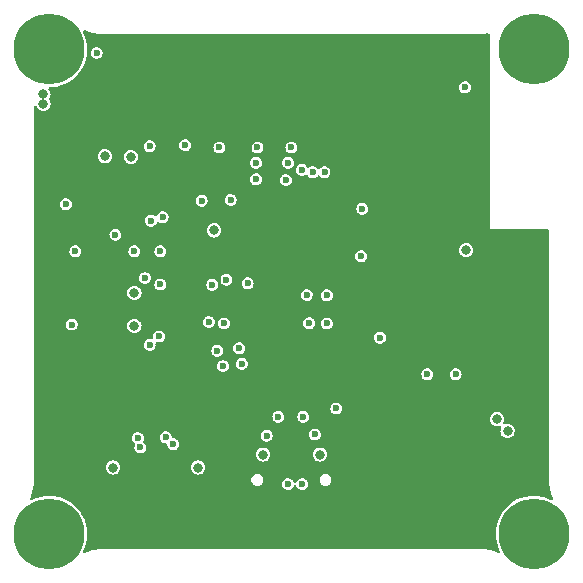
<source format=gbr>
%TF.GenerationSoftware,KiCad,Pcbnew,(6.0.0)*%
%TF.CreationDate,2022-11-20T17:05:32+07:00*%
%TF.ProjectId,ESP32-S3-MINI,45535033-322d-4533-932d-4d494e492e6b,rev?*%
%TF.SameCoordinates,Original*%
%TF.FileFunction,Copper,L2,Inr*%
%TF.FilePolarity,Positive*%
%FSLAX46Y46*%
G04 Gerber Fmt 4.6, Leading zero omitted, Abs format (unit mm)*
G04 Created by KiCad (PCBNEW (6.0.0)) date 2022-11-20 17:05:32*
%MOMM*%
%LPD*%
G01*
G04 APERTURE LIST*
%TA.AperFunction,ComponentPad*%
%ADD10C,6.000000*%
%TD*%
%TA.AperFunction,ComponentPad*%
%ADD11O,0.900000X1.700000*%
%TD*%
%TA.AperFunction,ComponentPad*%
%ADD12O,0.900000X2.000000*%
%TD*%
%TA.AperFunction,ViaPad*%
%ADD13C,0.600000*%
%TD*%
%TA.AperFunction,ViaPad*%
%ADD14C,0.800000*%
%TD*%
G04 APERTURE END LIST*
D10*
%TO.N,N/C*%
%TO.C,H4*%
X99500000Y-149500000D03*
%TD*%
%TO.N,N/C*%
%TO.C,H2*%
X140500000Y-108500000D03*
%TD*%
%TO.N,N/C*%
%TO.C,H1*%
X99500000Y-108500000D03*
%TD*%
%TO.N,N/C*%
%TO.C,H3*%
X140500000Y-149500000D03*
%TD*%
D11*
%TO.N,GND*%
%TO.C,J1*%
X115680000Y-148640000D03*
D12*
X115680000Y-144470000D03*
D11*
X124320000Y-148640000D03*
D12*
X124320000Y-144470000D03*
%TD*%
D13*
%TO.N,GND*%
X123400000Y-115800000D03*
X117100000Y-115900000D03*
X102300000Y-116500000D03*
D14*
X116700000Y-113200000D03*
D13*
X130900000Y-126900000D03*
X104900000Y-126000000D03*
X121100000Y-133900000D03*
X105900000Y-107900000D03*
X100300000Y-115600000D03*
X119900000Y-124600000D03*
X103300000Y-128700000D03*
X131500000Y-118100000D03*
X103100000Y-123200000D03*
D14*
X132000000Y-108000000D03*
D13*
X108100000Y-111200000D03*
X111500000Y-121400000D03*
X106800000Y-111200000D03*
D14*
X106000000Y-144900000D03*
D13*
X110106233Y-123606233D03*
X118500000Y-133900000D03*
X120400000Y-129300000D03*
X114200000Y-136200000D03*
X101200000Y-116500000D03*
X129100000Y-122100000D03*
D14*
X116700000Y-112100000D03*
D13*
X121100000Y-136500000D03*
X118800000Y-125800000D03*
X121000000Y-123400000D03*
X127600000Y-134400000D03*
X108900000Y-126399503D03*
X132500000Y-119600000D03*
X121000000Y-125800000D03*
D14*
X140600000Y-137000000D03*
X126600000Y-112800000D03*
D13*
X105200000Y-141500000D03*
D14*
X130200000Y-146200000D03*
D13*
X118500000Y-136500000D03*
X102300000Y-129600000D03*
X108400000Y-107900000D03*
X124600000Y-141200000D03*
X121900000Y-115800000D03*
X113700000Y-133100000D03*
X127500000Y-136100000D03*
X116200000Y-142000000D03*
X105900000Y-140300000D03*
X123800000Y-142000000D03*
X105200000Y-122200000D03*
D14*
X119800000Y-135200000D03*
D13*
X118800000Y-123400000D03*
D14*
X129500000Y-145000000D03*
D13*
X107500000Y-111900000D03*
X119100000Y-138600000D03*
D14*
X134400000Y-107900000D03*
X140300000Y-131300000D03*
D13*
X135900000Y-118200000D03*
X116100000Y-133100000D03*
X101400000Y-128600000D03*
X129100000Y-120400000D03*
X115400000Y-128000000D03*
X102000000Y-123200000D03*
X128400000Y-126800000D03*
D14*
X106800000Y-146100000D03*
D13*
X100300000Y-116500000D03*
X123900000Y-129300000D03*
X114800000Y-120400000D03*
D14*
X125800000Y-111600000D03*
D13*
X99400000Y-116500000D03*
%TO.N,+3V3*%
X123800000Y-138900000D03*
X121800000Y-118900000D03*
X122800000Y-118900000D03*
X134700000Y-111700000D03*
X127500000Y-132900000D03*
X101700000Y-125600000D03*
D14*
X113452973Y-123821620D03*
X134800000Y-125500000D03*
X99000000Y-113100000D03*
D13*
X122000000Y-141100000D03*
X101395000Y-131795000D03*
X116300000Y-128300000D03*
X103500000Y-108800000D03*
X105100000Y-124200000D03*
X100900000Y-121600000D03*
X126000000Y-122000000D03*
X117900000Y-141200000D03*
D14*
X137400000Y-139800000D03*
X99000000Y-112300000D03*
X138300000Y-140800000D03*
D13*
X125900000Y-126000000D03*
D14*
%TO.N,+5V*%
X106400000Y-117600000D03*
X104200000Y-117550500D03*
D13*
%TO.N,/WS2812B*%
X131500000Y-136000000D03*
X119725500Y-118100000D03*
X110000000Y-141918267D03*
X133900000Y-136000000D03*
X117000000Y-118100000D03*
X107200000Y-142200000D03*
D14*
%TO.N,/VBUS*%
X122400000Y-142800000D03*
X117600000Y-142800000D03*
D13*
%TO.N,/USB_D+*%
X120900000Y-145300000D03*
X119700011Y-145300000D03*
%TO.N,/I2C_SDA*%
X123000000Y-131700000D03*
X123000000Y-129325500D03*
%TO.N,/I2C_SCL*%
X121500000Y-131673540D03*
X121300000Y-129300000D03*
%TO.N,/~{RST}*%
X113725500Y-134000000D03*
X115574500Y-133800000D03*
%TO.N,/RESET*%
X120874500Y-118700000D03*
X109100000Y-122700000D03*
X108900000Y-128400000D03*
X108800000Y-132800000D03*
%TO.N,/BOOT*%
X113900000Y-116800000D03*
X107598945Y-127850989D03*
X120000000Y-116800000D03*
X107993483Y-133518983D03*
X108100000Y-123000000D03*
X108000000Y-116700000D03*
X111000000Y-116600000D03*
X117125500Y-116800000D03*
%TO.N,/USER_BTN*%
X107000000Y-141400000D03*
X117000000Y-119500000D03*
X118900000Y-139600000D03*
X121000000Y-139600000D03*
X109356233Y-141343767D03*
X119525500Y-119556233D03*
%TO.N,/SPI2_CS*%
X114856233Y-121243767D03*
X112400000Y-121300000D03*
%TO.N,/GYRO_INT*%
X106700000Y-125600000D03*
X108900000Y-125600000D03*
D14*
%TO.N,/SPI_WP*%
X106700000Y-131900000D03*
X106700000Y-129100000D03*
D13*
%TO.N,/UART_RX*%
X114200000Y-135300000D03*
X115800000Y-135125500D03*
%TO.N,/UART1_TX*%
X113000000Y-131574500D03*
X113300000Y-128425500D03*
%TO.N,/UART1_RX*%
X114300000Y-131700000D03*
X114500000Y-128000000D03*
D14*
%TO.N,/VIN*%
X104900000Y-143900000D03*
X112100000Y-143900000D03*
%TD*%
%TA.AperFunction,Conductor*%
%TO.N,GND*%
G36*
X102520649Y-106881022D02*
G01*
X102690772Y-106956915D01*
X102818067Y-107000000D01*
X103005219Y-107063345D01*
X103005224Y-107063346D01*
X103007994Y-107064284D01*
X103102001Y-107086605D01*
X103330973Y-107140971D01*
X103330984Y-107140973D01*
X103333835Y-107141650D01*
X103495020Y-107164343D01*
X103662550Y-107187930D01*
X103662556Y-107187931D01*
X103665464Y-107188340D01*
X103668398Y-107188477D01*
X103668399Y-107188477D01*
X103988941Y-107203434D01*
X103993500Y-107203802D01*
X103999284Y-107205142D01*
X104000000Y-107205143D01*
X104008718Y-107203154D01*
X104036733Y-107200000D01*
X135962690Y-107200000D01*
X135991139Y-107203254D01*
X135991917Y-107203434D01*
X135999286Y-107205142D01*
X136000002Y-107205143D01*
X136005831Y-107203814D01*
X136010044Y-107203480D01*
X136331603Y-107188474D01*
X136331606Y-107188474D01*
X136334536Y-107188337D01*
X136656434Y-107143016D01*
X136726677Y-107153325D01*
X136780197Y-107199975D01*
X136800000Y-107267785D01*
X136800000Y-123700000D01*
X141674000Y-123700000D01*
X141742121Y-123720002D01*
X141788614Y-123773658D01*
X141800000Y-123826000D01*
X141800000Y-144962690D01*
X141796746Y-144991139D01*
X141796514Y-144992141D01*
X141794858Y-144999286D01*
X141794857Y-145000002D01*
X141796186Y-145005831D01*
X141796520Y-145010044D01*
X141811527Y-145331604D01*
X141811664Y-145334537D01*
X141858356Y-145666165D01*
X141859031Y-145669008D01*
X141859032Y-145669013D01*
X141878597Y-145751413D01*
X141935723Y-145992004D01*
X141936661Y-145994774D01*
X141936662Y-145994779D01*
X141991103Y-146155624D01*
X142043092Y-146309225D01*
X142112796Y-146465475D01*
X142118399Y-146478034D01*
X142127885Y-146548394D01*
X142097826Y-146612713D01*
X142037765Y-146650570D01*
X141966771Y-146649947D01*
X141941861Y-146639356D01*
X141928147Y-146631691D01*
X141905218Y-146618877D01*
X141575304Y-146480194D01*
X141571935Y-146479203D01*
X141571931Y-146479201D01*
X141416604Y-146433486D01*
X141231989Y-146379151D01*
X140950508Y-146329518D01*
X140883009Y-146317616D01*
X140883007Y-146317616D01*
X140879549Y-146317006D01*
X140876040Y-146316785D01*
X140876038Y-146316785D01*
X140525897Y-146294756D01*
X140525891Y-146294756D01*
X140522379Y-146294535D01*
X140420609Y-146299512D01*
X140168437Y-146311845D01*
X140168428Y-146311846D01*
X140164930Y-146312017D01*
X140161462Y-146312579D01*
X140161459Y-146312579D01*
X139815132Y-146368672D01*
X139815129Y-146368673D01*
X139811657Y-146369235D01*
X139466963Y-146465475D01*
X139135146Y-146599538D01*
X138820341Y-146769753D01*
X138526471Y-146973998D01*
X138523829Y-146976311D01*
X138523825Y-146976314D01*
X138313420Y-147160509D01*
X138257199Y-147209727D01*
X138015882Y-147474003D01*
X137805528Y-147763531D01*
X137628757Y-148074703D01*
X137487775Y-148403640D01*
X137384337Y-148746242D01*
X137383701Y-148749709D01*
X137321281Y-149089812D01*
X137319734Y-149098239D01*
X137294769Y-149455244D01*
X137309756Y-149812806D01*
X137364506Y-150166470D01*
X137458337Y-150511827D01*
X137459630Y-150515092D01*
X137577812Y-150813586D01*
X137590080Y-150844572D01*
X137591735Y-150847684D01*
X137591737Y-150847689D01*
X137644064Y-150946101D01*
X137658384Y-151015638D01*
X137632836Y-151081879D01*
X137575532Y-151123791D01*
X137504664Y-151128069D01*
X137478673Y-151119029D01*
X137381404Y-151072744D01*
X137381398Y-151072741D01*
X137378583Y-151071402D01*
X137375665Y-151070352D01*
X137375658Y-151070349D01*
X137048779Y-150952714D01*
X137048773Y-150952712D01*
X137045852Y-150951661D01*
X136871298Y-150907694D01*
X136705949Y-150866046D01*
X136705941Y-150866044D01*
X136702942Y-150865289D01*
X136353191Y-150813127D01*
X136005542Y-150795956D01*
X136005404Y-150795944D01*
X136000717Y-150794858D01*
X136000001Y-150794857D01*
X135991283Y-150796846D01*
X135963268Y-150800000D01*
X104037312Y-150800000D01*
X104008863Y-150796746D01*
X104000716Y-150794858D01*
X104000000Y-150794857D01*
X103997872Y-150795342D01*
X103995335Y-150795050D01*
X103995378Y-150795911D01*
X103646810Y-150813127D01*
X103453773Y-150841916D01*
X103300134Y-150864829D01*
X103300129Y-150864830D01*
X103297058Y-150865288D01*
X103294043Y-150866047D01*
X103294040Y-150866048D01*
X103108318Y-150912827D01*
X102954147Y-150951659D01*
X102779705Y-151014436D01*
X102624342Y-151070347D01*
X102624337Y-151070349D01*
X102621417Y-151071400D01*
X102570037Y-151095849D01*
X102526388Y-151116619D01*
X102456281Y-151127827D01*
X102391244Y-151099354D01*
X102351926Y-151040239D01*
X102350808Y-150969252D01*
X102357141Y-150951594D01*
X102495192Y-150641528D01*
X102495194Y-150641523D01*
X102496624Y-150638311D01*
X102604835Y-150297186D01*
X102674347Y-149946125D01*
X102704293Y-149589504D01*
X102705543Y-149500000D01*
X102685566Y-149142682D01*
X102677464Y-149094782D01*
X102626472Y-148793298D01*
X102626471Y-148793294D01*
X102625883Y-148789817D01*
X102527239Y-148445804D01*
X102479354Y-148329627D01*
X102392201Y-148118176D01*
X102392197Y-148118168D01*
X102390863Y-148114931D01*
X102218455Y-147801321D01*
X102175417Y-147740310D01*
X102014194Y-147511763D01*
X102014193Y-147511762D01*
X102012163Y-147508884D01*
X101774560Y-147241265D01*
X101508605Y-147001799D01*
X101505755Y-146999758D01*
X101505748Y-146999753D01*
X101220470Y-146795514D01*
X101220467Y-146795512D01*
X101217616Y-146793471D01*
X100905218Y-146618877D01*
X100575304Y-146480194D01*
X100571935Y-146479203D01*
X100571931Y-146479201D01*
X100416604Y-146433486D01*
X100231989Y-146379151D01*
X99950508Y-146329518D01*
X99883009Y-146317616D01*
X99883007Y-146317616D01*
X99879549Y-146317006D01*
X99876040Y-146316785D01*
X99876038Y-146316785D01*
X99525897Y-146294756D01*
X99525891Y-146294756D01*
X99522379Y-146294535D01*
X99420609Y-146299512D01*
X99168437Y-146311845D01*
X99168428Y-146311846D01*
X99164930Y-146312017D01*
X99161462Y-146312579D01*
X99161459Y-146312579D01*
X98815132Y-146368672D01*
X98815129Y-146368673D01*
X98811657Y-146369235D01*
X98466963Y-146465475D01*
X98135146Y-146599538D01*
X98132055Y-146601209D01*
X98132045Y-146601214D01*
X98055546Y-146642577D01*
X97986110Y-146657383D01*
X97919693Y-146632298D01*
X97877381Y-146575288D01*
X97872608Y-146504452D01*
X97880548Y-146480409D01*
X97931732Y-146365674D01*
X97956913Y-146309227D01*
X98064282Y-145992005D01*
X98121407Y-145751413D01*
X98140972Y-145669013D01*
X98140973Y-145669009D01*
X98141648Y-145666165D01*
X98188339Y-145334536D01*
X98189823Y-145302728D01*
X98203080Y-145018624D01*
X116609031Y-145018624D01*
X116648428Y-145156471D01*
X116724930Y-145277720D01*
X116832388Y-145372623D01*
X116962163Y-145433553D01*
X117071009Y-145450500D01*
X117145940Y-145450500D01*
X117189939Y-145444199D01*
X117243032Y-145436596D01*
X117243035Y-145436595D01*
X117251918Y-145435323D01*
X117382428Y-145375984D01*
X117427152Y-145337447D01*
X117477781Y-145293823D01*
X119194402Y-145293823D01*
X119195566Y-145302725D01*
X119195566Y-145302728D01*
X119196825Y-145312354D01*
X119212991Y-145435979D01*
X119270731Y-145567203D01*
X119276508Y-145574076D01*
X119276509Y-145574077D01*
X119283803Y-145582754D01*
X119362981Y-145676948D01*
X119482324Y-145756390D01*
X119619168Y-145799142D01*
X119628140Y-145799306D01*
X119628143Y-145799307D01*
X119693474Y-145800504D01*
X119762510Y-145801770D01*
X119771544Y-145799307D01*
X119892169Y-145766421D01*
X119892171Y-145766420D01*
X119900828Y-145764060D01*
X120023002Y-145689045D01*
X120119211Y-145582754D01*
X120181721Y-145453733D01*
X120182097Y-145451498D01*
X120219974Y-145395482D01*
X120285226Y-145367506D01*
X120355245Y-145379248D01*
X120407800Y-145426982D01*
X120415566Y-145441857D01*
X120470720Y-145567203D01*
X120476497Y-145574076D01*
X120476498Y-145574077D01*
X120483792Y-145582754D01*
X120562970Y-145676948D01*
X120682313Y-145756390D01*
X120819157Y-145799142D01*
X120828129Y-145799306D01*
X120828132Y-145799307D01*
X120893463Y-145800504D01*
X120962499Y-145801770D01*
X120971533Y-145799307D01*
X121092158Y-145766421D01*
X121092160Y-145766420D01*
X121100817Y-145764060D01*
X121222991Y-145689045D01*
X121319200Y-145582754D01*
X121381710Y-145453733D01*
X121405496Y-145312354D01*
X121405647Y-145300000D01*
X121387471Y-145173078D01*
X121386596Y-145166968D01*
X121386595Y-145166965D01*
X121385323Y-145158082D01*
X121325984Y-145027572D01*
X121318274Y-145018624D01*
X122389031Y-145018624D01*
X122428428Y-145156471D01*
X122504930Y-145277720D01*
X122612388Y-145372623D01*
X122742163Y-145433553D01*
X122851009Y-145450500D01*
X122925940Y-145450500D01*
X122969939Y-145444199D01*
X123023032Y-145436596D01*
X123023035Y-145436595D01*
X123031918Y-145435323D01*
X123162428Y-145375984D01*
X123207152Y-145337447D01*
X123264237Y-145288260D01*
X123264240Y-145288257D01*
X123271037Y-145282400D01*
X123349015Y-145162095D01*
X123390093Y-145024739D01*
X123390149Y-145015659D01*
X123390914Y-144890351D01*
X123390969Y-144881376D01*
X123351572Y-144743529D01*
X123275070Y-144622280D01*
X123167612Y-144527377D01*
X123037837Y-144466447D01*
X122928991Y-144449500D01*
X122854060Y-144449500D01*
X122812661Y-144455429D01*
X122756968Y-144463404D01*
X122756965Y-144463405D01*
X122748082Y-144464677D01*
X122617572Y-144524016D01*
X122610768Y-144529878D01*
X122610769Y-144529878D01*
X122515763Y-144611740D01*
X122515760Y-144611743D01*
X122508963Y-144617600D01*
X122430985Y-144737905D01*
X122389907Y-144875261D01*
X122389031Y-145018624D01*
X121318274Y-145018624D01*
X121295615Y-144992327D01*
X121238260Y-144925763D01*
X121238257Y-144925760D01*
X121232400Y-144918963D01*
X121112095Y-144840985D01*
X120974739Y-144799907D01*
X120965763Y-144799852D01*
X120965762Y-144799852D01*
X120905555Y-144799484D01*
X120831376Y-144799031D01*
X120693529Y-144838428D01*
X120572280Y-144914930D01*
X120477377Y-145022388D01*
X120416447Y-145152163D01*
X120414986Y-145151477D01*
X120381549Y-145202262D01*
X120316647Y-145231040D01*
X120246489Y-145220160D01*
X120193350Y-145173078D01*
X120186387Y-145157603D01*
X120185334Y-145158082D01*
X120129711Y-145035746D01*
X120125995Y-145027572D01*
X120095626Y-144992327D01*
X120038271Y-144925763D01*
X120038268Y-144925760D01*
X120032411Y-144918963D01*
X119912106Y-144840985D01*
X119774750Y-144799907D01*
X119765774Y-144799852D01*
X119765773Y-144799852D01*
X119705566Y-144799484D01*
X119631387Y-144799031D01*
X119493540Y-144838428D01*
X119372291Y-144914930D01*
X119277388Y-145022388D01*
X119216458Y-145152163D01*
X119215077Y-145161035D01*
X119195984Y-145283663D01*
X119194402Y-145293823D01*
X117477781Y-145293823D01*
X117484237Y-145288260D01*
X117484240Y-145288257D01*
X117491037Y-145282400D01*
X117569015Y-145162095D01*
X117610093Y-145024739D01*
X117610149Y-145015659D01*
X117610914Y-144890351D01*
X117610969Y-144881376D01*
X117571572Y-144743529D01*
X117495070Y-144622280D01*
X117387612Y-144527377D01*
X117257837Y-144466447D01*
X117148991Y-144449500D01*
X117074060Y-144449500D01*
X117032661Y-144455429D01*
X116976968Y-144463404D01*
X116976965Y-144463405D01*
X116968082Y-144464677D01*
X116837572Y-144524016D01*
X116830768Y-144529878D01*
X116830769Y-144529878D01*
X116735763Y-144611740D01*
X116735760Y-144611743D01*
X116728963Y-144617600D01*
X116650985Y-144737905D01*
X116609907Y-144875261D01*
X116609031Y-145018624D01*
X98203080Y-145018624D01*
X98203433Y-145011058D01*
X98203801Y-145006502D01*
X98205142Y-145000717D01*
X98205143Y-145000001D01*
X98203154Y-144991283D01*
X98200000Y-144963268D01*
X98200000Y-143900000D01*
X104294318Y-143900000D01*
X104314956Y-144056762D01*
X104375464Y-144202841D01*
X104471718Y-144328282D01*
X104597159Y-144424536D01*
X104743238Y-144485044D01*
X104900000Y-144505682D01*
X104908188Y-144504604D01*
X105048574Y-144486122D01*
X105056762Y-144485044D01*
X105202841Y-144424536D01*
X105328282Y-144328282D01*
X105424536Y-144202841D01*
X105485044Y-144056762D01*
X105505682Y-143900000D01*
X111494318Y-143900000D01*
X111514956Y-144056762D01*
X111575464Y-144202841D01*
X111671718Y-144328282D01*
X111797159Y-144424536D01*
X111943238Y-144485044D01*
X112100000Y-144505682D01*
X112108188Y-144504604D01*
X112248574Y-144486122D01*
X112256762Y-144485044D01*
X112402841Y-144424536D01*
X112528282Y-144328282D01*
X112624536Y-144202841D01*
X112685044Y-144056762D01*
X112705682Y-143900000D01*
X112685044Y-143743238D01*
X112624536Y-143597159D01*
X112528282Y-143471718D01*
X112402841Y-143375464D01*
X112256762Y-143314956D01*
X112100000Y-143294318D01*
X111943238Y-143314956D01*
X111797159Y-143375464D01*
X111671718Y-143471718D01*
X111575464Y-143597159D01*
X111514956Y-143743238D01*
X111494318Y-143900000D01*
X105505682Y-143900000D01*
X105485044Y-143743238D01*
X105424536Y-143597159D01*
X105328282Y-143471718D01*
X105202841Y-143375464D01*
X105056762Y-143314956D01*
X104900000Y-143294318D01*
X104743238Y-143314956D01*
X104597159Y-143375464D01*
X104471718Y-143471718D01*
X104375464Y-143597159D01*
X104314956Y-143743238D01*
X104294318Y-143900000D01*
X98200000Y-143900000D01*
X98200000Y-142800000D01*
X116994318Y-142800000D01*
X117014956Y-142956762D01*
X117075464Y-143102841D01*
X117171718Y-143228282D01*
X117297159Y-143324536D01*
X117443238Y-143385044D01*
X117600000Y-143405682D01*
X117608188Y-143404604D01*
X117748574Y-143386122D01*
X117756762Y-143385044D01*
X117902841Y-143324536D01*
X118028282Y-143228282D01*
X118124536Y-143102841D01*
X118185044Y-142956762D01*
X118205682Y-142800000D01*
X121794318Y-142800000D01*
X121814956Y-142956762D01*
X121875464Y-143102841D01*
X121971718Y-143228282D01*
X122097159Y-143324536D01*
X122243238Y-143385044D01*
X122400000Y-143405682D01*
X122408188Y-143404604D01*
X122548574Y-143386122D01*
X122556762Y-143385044D01*
X122702841Y-143324536D01*
X122828282Y-143228282D01*
X122924536Y-143102841D01*
X122985044Y-142956762D01*
X123005682Y-142800000D01*
X122987128Y-142659069D01*
X122986122Y-142651426D01*
X122985044Y-142643238D01*
X122924536Y-142497159D01*
X122828282Y-142371718D01*
X122702841Y-142275464D01*
X122556762Y-142214956D01*
X122501450Y-142207674D01*
X122408188Y-142195396D01*
X122400000Y-142194318D01*
X122391812Y-142195396D01*
X122298551Y-142207674D01*
X122243238Y-142214956D01*
X122097159Y-142275464D01*
X121971718Y-142371718D01*
X121875464Y-142497159D01*
X121814956Y-142643238D01*
X121813878Y-142651426D01*
X121812872Y-142659069D01*
X121794318Y-142800000D01*
X118205682Y-142800000D01*
X118187128Y-142659069D01*
X118186122Y-142651426D01*
X118185044Y-142643238D01*
X118124536Y-142497159D01*
X118028282Y-142371718D01*
X117902841Y-142275464D01*
X117756762Y-142214956D01*
X117701450Y-142207674D01*
X117608188Y-142195396D01*
X117600000Y-142194318D01*
X117591812Y-142195396D01*
X117498551Y-142207674D01*
X117443238Y-142214956D01*
X117297159Y-142275464D01*
X117171718Y-142371718D01*
X117075464Y-142497159D01*
X117014956Y-142643238D01*
X117013878Y-142651426D01*
X117012872Y-142659069D01*
X116994318Y-142800000D01*
X98200000Y-142800000D01*
X98200000Y-141393823D01*
X106494391Y-141393823D01*
X106495555Y-141402725D01*
X106495555Y-141402728D01*
X106500599Y-141441299D01*
X106512980Y-141535979D01*
X106570720Y-141667203D01*
X106576497Y-141674076D01*
X106576498Y-141674077D01*
X106615701Y-141720715D01*
X106662970Y-141776948D01*
X106711785Y-141809442D01*
X106757406Y-141863838D01*
X106766378Y-141934265D01*
X106756021Y-141967873D01*
X106716447Y-142052163D01*
X106694391Y-142193823D01*
X106695555Y-142202725D01*
X106695555Y-142202728D01*
X106703685Y-142264901D01*
X106712980Y-142335979D01*
X106770720Y-142467203D01*
X106776497Y-142474076D01*
X106776498Y-142474077D01*
X106802314Y-142504789D01*
X106862970Y-142576948D01*
X106982313Y-142656390D01*
X107119157Y-142699142D01*
X107128129Y-142699306D01*
X107128132Y-142699307D01*
X107193463Y-142700504D01*
X107262499Y-142701770D01*
X107271533Y-142699307D01*
X107392158Y-142666421D01*
X107392160Y-142666420D01*
X107400817Y-142664060D01*
X107522991Y-142589045D01*
X107619200Y-142482754D01*
X107654089Y-142410743D01*
X107677795Y-142361814D01*
X107677795Y-142361813D01*
X107681710Y-142353733D01*
X107705496Y-142212354D01*
X107705647Y-142200000D01*
X107697473Y-142142924D01*
X107686596Y-142066968D01*
X107686595Y-142066965D01*
X107685323Y-142058082D01*
X107625984Y-141927572D01*
X107607598Y-141906234D01*
X107538260Y-141825763D01*
X107538257Y-141825760D01*
X107532400Y-141818963D01*
X107489411Y-141791099D01*
X107443127Y-141737264D01*
X107433296Y-141666951D01*
X107444551Y-141630429D01*
X107481710Y-141553733D01*
X107505496Y-141412354D01*
X107505647Y-141400000D01*
X107496709Y-141337590D01*
X108850624Y-141337590D01*
X108851788Y-141346492D01*
X108851788Y-141346495D01*
X108856416Y-141381884D01*
X108869213Y-141479746D01*
X108872830Y-141487966D01*
X108921866Y-141599408D01*
X108926953Y-141610970D01*
X108932730Y-141617843D01*
X108932731Y-141617844D01*
X108998818Y-141696464D01*
X109019203Y-141720715D01*
X109138546Y-141800157D01*
X109275390Y-141842909D01*
X109284362Y-141843073D01*
X109284365Y-141843074D01*
X109335175Y-141844005D01*
X109377300Y-141844777D01*
X109445042Y-141866024D01*
X109490544Y-141920523D01*
X109499926Y-141954419D01*
X109511815Y-142045341D01*
X109511816Y-142045345D01*
X109512980Y-142054246D01*
X109570720Y-142185470D01*
X109576497Y-142192343D01*
X109576498Y-142192344D01*
X109650593Y-142280491D01*
X109662970Y-142295215D01*
X109670447Y-142300192D01*
X109750880Y-142353733D01*
X109782313Y-142374657D01*
X109790888Y-142377336D01*
X109806864Y-142382327D01*
X109919157Y-142417409D01*
X109928129Y-142417573D01*
X109928132Y-142417574D01*
X109993463Y-142418771D01*
X110062499Y-142420037D01*
X110071533Y-142417574D01*
X110192158Y-142384688D01*
X110192160Y-142384687D01*
X110200817Y-142382327D01*
X110322991Y-142307312D01*
X110419200Y-142201021D01*
X110481710Y-142072000D01*
X110505496Y-141930621D01*
X110505647Y-141918267D01*
X110491426Y-141818963D01*
X110486596Y-141785235D01*
X110486595Y-141785232D01*
X110485323Y-141776349D01*
X110425984Y-141645839D01*
X110388012Y-141601770D01*
X110338260Y-141544030D01*
X110338257Y-141544027D01*
X110332400Y-141537230D01*
X110212095Y-141459252D01*
X110074739Y-141418174D01*
X110065763Y-141418119D01*
X110065762Y-141418119D01*
X110033300Y-141417921D01*
X109980924Y-141417601D01*
X109912928Y-141397183D01*
X109866764Y-141343244D01*
X109856968Y-141309466D01*
X109850882Y-141266968D01*
X109841556Y-141201849D01*
X109837907Y-141193823D01*
X117394391Y-141193823D01*
X117395555Y-141202725D01*
X117395555Y-141202728D01*
X117402020Y-141252163D01*
X117412980Y-141335979D01*
X117416597Y-141344199D01*
X117449123Y-141418119D01*
X117470720Y-141467203D01*
X117476497Y-141474076D01*
X117476498Y-141474077D01*
X117554121Y-141566421D01*
X117562970Y-141576948D01*
X117614080Y-141610970D01*
X117666463Y-141645839D01*
X117682313Y-141656390D01*
X117819157Y-141699142D01*
X117828129Y-141699306D01*
X117828132Y-141699307D01*
X117893463Y-141700504D01*
X117962499Y-141701770D01*
X117971533Y-141699307D01*
X118092158Y-141666421D01*
X118092160Y-141666420D01*
X118100817Y-141664060D01*
X118222991Y-141589045D01*
X118257054Y-141551413D01*
X118313178Y-141489407D01*
X118319200Y-141482754D01*
X118366586Y-141384950D01*
X118377795Y-141361814D01*
X118377795Y-141361813D01*
X118381710Y-141353733D01*
X118405496Y-141212354D01*
X118405647Y-141200000D01*
X118391326Y-141100000D01*
X118390441Y-141093823D01*
X121494391Y-141093823D01*
X121495555Y-141102725D01*
X121495555Y-141102728D01*
X121498126Y-141122388D01*
X121512980Y-141235979D01*
X121570720Y-141367203D01*
X121576497Y-141374076D01*
X121576498Y-141374077D01*
X121600582Y-141402728D01*
X121662970Y-141476948D01*
X121670447Y-141481925D01*
X121753530Y-141537230D01*
X121782313Y-141556390D01*
X121919157Y-141599142D01*
X121928129Y-141599306D01*
X121928132Y-141599307D01*
X121993463Y-141600504D01*
X122062499Y-141601770D01*
X122071533Y-141599307D01*
X122192158Y-141566421D01*
X122192160Y-141566420D01*
X122200817Y-141564060D01*
X122322991Y-141489045D01*
X122419200Y-141382754D01*
X122481710Y-141253733D01*
X122505496Y-141112354D01*
X122505647Y-141100000D01*
X122493464Y-141014930D01*
X122486596Y-140966968D01*
X122486595Y-140966965D01*
X122485323Y-140958082D01*
X122475168Y-140935746D01*
X122459596Y-140901498D01*
X122425984Y-140827572D01*
X122353299Y-140743217D01*
X122338260Y-140725763D01*
X122338257Y-140725760D01*
X122332400Y-140718963D01*
X122212095Y-140640985D01*
X122074739Y-140599907D01*
X122065763Y-140599852D01*
X122065762Y-140599852D01*
X122005555Y-140599484D01*
X121931376Y-140599031D01*
X121793529Y-140638428D01*
X121672280Y-140714930D01*
X121666338Y-140721658D01*
X121666337Y-140721659D01*
X121651527Y-140738428D01*
X121577377Y-140822388D01*
X121516447Y-140952163D01*
X121515066Y-140961035D01*
X121497434Y-141074281D01*
X121494391Y-141093823D01*
X118390441Y-141093823D01*
X118386596Y-141066968D01*
X118386595Y-141066965D01*
X118385323Y-141058082D01*
X118325984Y-140927572D01*
X118289088Y-140884752D01*
X118238260Y-140825763D01*
X118238257Y-140825760D01*
X118232400Y-140818963D01*
X118112095Y-140740985D01*
X117974739Y-140699907D01*
X117965763Y-140699852D01*
X117965762Y-140699852D01*
X117905555Y-140699484D01*
X117831376Y-140699031D01*
X117693529Y-140738428D01*
X117572280Y-140814930D01*
X117477377Y-140922388D01*
X117416447Y-141052163D01*
X117394391Y-141193823D01*
X109837907Y-141193823D01*
X109782217Y-141071339D01*
X109733612Y-141014930D01*
X109694493Y-140969530D01*
X109694490Y-140969527D01*
X109688633Y-140962730D01*
X109568328Y-140884752D01*
X109430972Y-140843674D01*
X109421996Y-140843619D01*
X109421995Y-140843619D01*
X109361788Y-140843251D01*
X109287609Y-140842798D01*
X109149762Y-140882195D01*
X109028513Y-140958697D01*
X108933610Y-141066155D01*
X108872680Y-141195930D01*
X108864275Y-141249913D01*
X108855003Y-141309466D01*
X108850624Y-141337590D01*
X107496709Y-141337590D01*
X107485323Y-141258082D01*
X107475274Y-141235979D01*
X107460155Y-141202728D01*
X107425984Y-141127572D01*
X107396904Y-141093823D01*
X107338260Y-141025763D01*
X107338257Y-141025760D01*
X107332400Y-141018963D01*
X107212095Y-140940985D01*
X107074739Y-140899907D01*
X107065763Y-140899852D01*
X107065762Y-140899852D01*
X107005555Y-140899484D01*
X106931376Y-140899031D01*
X106793529Y-140938428D01*
X106672280Y-141014930D01*
X106577377Y-141122388D01*
X106516447Y-141252163D01*
X106514142Y-141266968D01*
X106496250Y-141381884D01*
X106494391Y-141393823D01*
X98200000Y-141393823D01*
X98200000Y-139593823D01*
X118394391Y-139593823D01*
X118395555Y-139602725D01*
X118395555Y-139602728D01*
X118396814Y-139612354D01*
X118412980Y-139735979D01*
X118470720Y-139867203D01*
X118476497Y-139874076D01*
X118476498Y-139874077D01*
X118557190Y-139970072D01*
X118562970Y-139976948D01*
X118682313Y-140056390D01*
X118819157Y-140099142D01*
X118828129Y-140099306D01*
X118828132Y-140099307D01*
X118893463Y-140100504D01*
X118962499Y-140101770D01*
X118971533Y-140099307D01*
X119092158Y-140066421D01*
X119092160Y-140066420D01*
X119100817Y-140064060D01*
X119222991Y-139989045D01*
X119245307Y-139964391D01*
X119313178Y-139889407D01*
X119319200Y-139882754D01*
X119381710Y-139753733D01*
X119405496Y-139612354D01*
X119405647Y-139600000D01*
X119404762Y-139593823D01*
X120494391Y-139593823D01*
X120495555Y-139602725D01*
X120495555Y-139602728D01*
X120496814Y-139612354D01*
X120512980Y-139735979D01*
X120570720Y-139867203D01*
X120576497Y-139874076D01*
X120576498Y-139874077D01*
X120657190Y-139970072D01*
X120662970Y-139976948D01*
X120782313Y-140056390D01*
X120919157Y-140099142D01*
X120928129Y-140099306D01*
X120928132Y-140099307D01*
X120993463Y-140100504D01*
X121062499Y-140101770D01*
X121071533Y-140099307D01*
X121192158Y-140066421D01*
X121192160Y-140066420D01*
X121200817Y-140064060D01*
X121322991Y-139989045D01*
X121345307Y-139964391D01*
X121413178Y-139889407D01*
X121419200Y-139882754D01*
X121459294Y-139800000D01*
X136794318Y-139800000D01*
X136814956Y-139956762D01*
X136875464Y-140102841D01*
X136880491Y-140109392D01*
X136955333Y-140206928D01*
X136971718Y-140228282D01*
X137097159Y-140324536D01*
X137243238Y-140385044D01*
X137400000Y-140405682D01*
X137408188Y-140404604D01*
X137548574Y-140386122D01*
X137556762Y-140385044D01*
X137595781Y-140368882D01*
X137666369Y-140361293D01*
X137729856Y-140393072D01*
X137766084Y-140454130D01*
X137763550Y-140525081D01*
X137760407Y-140533509D01*
X137731839Y-140602480D01*
X137714956Y-140643238D01*
X137713878Y-140651426D01*
X137707503Y-140699852D01*
X137694318Y-140800000D01*
X137714956Y-140956762D01*
X137775464Y-141102841D01*
X137780491Y-141109392D01*
X137850017Y-141200000D01*
X137871718Y-141228282D01*
X137997159Y-141324536D01*
X138143238Y-141385044D01*
X138300000Y-141405682D01*
X138308188Y-141404604D01*
X138448574Y-141386122D01*
X138456762Y-141385044D01*
X138602841Y-141324536D01*
X138728282Y-141228282D01*
X138749984Y-141200000D01*
X138819509Y-141109392D01*
X138824536Y-141102841D01*
X138885044Y-140956762D01*
X138905682Y-140800000D01*
X138892497Y-140699852D01*
X138886122Y-140651426D01*
X138885044Y-140643238D01*
X138824536Y-140497159D01*
X138753516Y-140404604D01*
X138733305Y-140378264D01*
X138728282Y-140371718D01*
X138602841Y-140275464D01*
X138456762Y-140214956D01*
X138300000Y-140194318D01*
X138143238Y-140214956D01*
X138104219Y-140231118D01*
X138033631Y-140238707D01*
X137970144Y-140206928D01*
X137933916Y-140145870D01*
X137936450Y-140074919D01*
X137939593Y-140066491D01*
X137981884Y-139964392D01*
X137981885Y-139964389D01*
X137985044Y-139956762D01*
X138005682Y-139800000D01*
X137985044Y-139643238D01*
X137924536Y-139497159D01*
X137828282Y-139371718D01*
X137811798Y-139359069D01*
X137709392Y-139280491D01*
X137702841Y-139275464D01*
X137556762Y-139214956D01*
X137400000Y-139194318D01*
X137243238Y-139214956D01*
X137097159Y-139275464D01*
X137090608Y-139280491D01*
X136988203Y-139359069D01*
X136971718Y-139371718D01*
X136875464Y-139497159D01*
X136814956Y-139643238D01*
X136794318Y-139800000D01*
X121459294Y-139800000D01*
X121481710Y-139753733D01*
X121505496Y-139612354D01*
X121505647Y-139600000D01*
X121485323Y-139458082D01*
X121425984Y-139327572D01*
X121392787Y-139289045D01*
X121338260Y-139225763D01*
X121338257Y-139225760D01*
X121332400Y-139218963D01*
X121212095Y-139140985D01*
X121074739Y-139099907D01*
X121065763Y-139099852D01*
X121065762Y-139099852D01*
X121005555Y-139099484D01*
X120931376Y-139099031D01*
X120793529Y-139138428D01*
X120672280Y-139214930D01*
X120577377Y-139322388D01*
X120516447Y-139452163D01*
X120494391Y-139593823D01*
X119404762Y-139593823D01*
X119385323Y-139458082D01*
X119325984Y-139327572D01*
X119292787Y-139289045D01*
X119238260Y-139225763D01*
X119238257Y-139225760D01*
X119232400Y-139218963D01*
X119112095Y-139140985D01*
X118974739Y-139099907D01*
X118965763Y-139099852D01*
X118965762Y-139099852D01*
X118905555Y-139099484D01*
X118831376Y-139099031D01*
X118693529Y-139138428D01*
X118572280Y-139214930D01*
X118477377Y-139322388D01*
X118416447Y-139452163D01*
X118394391Y-139593823D01*
X98200000Y-139593823D01*
X98200000Y-138893823D01*
X123294391Y-138893823D01*
X123295555Y-138902725D01*
X123295555Y-138902728D01*
X123296814Y-138912354D01*
X123312980Y-139035979D01*
X123370720Y-139167203D01*
X123376497Y-139174076D01*
X123376498Y-139174077D01*
X123457190Y-139270072D01*
X123462970Y-139276948D01*
X123582313Y-139356390D01*
X123719157Y-139399142D01*
X123728129Y-139399306D01*
X123728132Y-139399307D01*
X123793463Y-139400504D01*
X123862499Y-139401770D01*
X123871533Y-139399307D01*
X123992158Y-139366421D01*
X123992160Y-139366420D01*
X124000817Y-139364060D01*
X124122991Y-139289045D01*
X124219200Y-139182754D01*
X124281710Y-139053733D01*
X124305496Y-138912354D01*
X124305647Y-138900000D01*
X124285323Y-138758082D01*
X124225984Y-138627572D01*
X124207598Y-138606234D01*
X124138260Y-138525763D01*
X124138257Y-138525760D01*
X124132400Y-138518963D01*
X124012095Y-138440985D01*
X123874739Y-138399907D01*
X123865763Y-138399852D01*
X123865762Y-138399852D01*
X123805555Y-138399484D01*
X123731376Y-138399031D01*
X123593529Y-138438428D01*
X123472280Y-138514930D01*
X123377377Y-138622388D01*
X123316447Y-138752163D01*
X123294391Y-138893823D01*
X98200000Y-138893823D01*
X98200000Y-135993823D01*
X130994391Y-135993823D01*
X130995555Y-136002725D01*
X130995555Y-136002728D01*
X130996814Y-136012354D01*
X131012980Y-136135979D01*
X131070720Y-136267203D01*
X131076497Y-136274076D01*
X131076498Y-136274077D01*
X131083792Y-136282754D01*
X131162970Y-136376948D01*
X131282313Y-136456390D01*
X131419157Y-136499142D01*
X131428129Y-136499306D01*
X131428132Y-136499307D01*
X131493463Y-136500504D01*
X131562499Y-136501770D01*
X131571533Y-136499307D01*
X131692158Y-136466421D01*
X131692160Y-136466420D01*
X131700817Y-136464060D01*
X131822991Y-136389045D01*
X131919200Y-136282754D01*
X131981710Y-136153733D01*
X132005496Y-136012354D01*
X132005647Y-136000000D01*
X132004762Y-135993823D01*
X133394391Y-135993823D01*
X133395555Y-136002725D01*
X133395555Y-136002728D01*
X133396814Y-136012354D01*
X133412980Y-136135979D01*
X133470720Y-136267203D01*
X133476497Y-136274076D01*
X133476498Y-136274077D01*
X133483792Y-136282754D01*
X133562970Y-136376948D01*
X133682313Y-136456390D01*
X133819157Y-136499142D01*
X133828129Y-136499306D01*
X133828132Y-136499307D01*
X133893463Y-136500504D01*
X133962499Y-136501770D01*
X133971533Y-136499307D01*
X134092158Y-136466421D01*
X134092160Y-136466420D01*
X134100817Y-136464060D01*
X134222991Y-136389045D01*
X134319200Y-136282754D01*
X134381710Y-136153733D01*
X134405496Y-136012354D01*
X134405647Y-136000000D01*
X134385323Y-135858082D01*
X134325984Y-135727572D01*
X134292787Y-135689045D01*
X134238260Y-135625763D01*
X134238257Y-135625760D01*
X134232400Y-135618963D01*
X134112095Y-135540985D01*
X133974739Y-135499907D01*
X133965763Y-135499852D01*
X133965762Y-135499852D01*
X133905555Y-135499484D01*
X133831376Y-135499031D01*
X133693529Y-135538428D01*
X133572280Y-135614930D01*
X133477377Y-135722388D01*
X133416447Y-135852163D01*
X133394391Y-135993823D01*
X132004762Y-135993823D01*
X131985323Y-135858082D01*
X131925984Y-135727572D01*
X131892787Y-135689045D01*
X131838260Y-135625763D01*
X131838257Y-135625760D01*
X131832400Y-135618963D01*
X131712095Y-135540985D01*
X131574739Y-135499907D01*
X131565763Y-135499852D01*
X131565762Y-135499852D01*
X131505555Y-135499484D01*
X131431376Y-135499031D01*
X131293529Y-135538428D01*
X131172280Y-135614930D01*
X131077377Y-135722388D01*
X131016447Y-135852163D01*
X130994391Y-135993823D01*
X98200000Y-135993823D01*
X98200000Y-135293823D01*
X113694391Y-135293823D01*
X113695555Y-135302725D01*
X113695555Y-135302728D01*
X113696814Y-135312354D01*
X113712980Y-135435979D01*
X113770720Y-135567203D01*
X113776497Y-135574076D01*
X113776498Y-135574077D01*
X113821073Y-135627105D01*
X113862970Y-135676948D01*
X113982313Y-135756390D01*
X114119157Y-135799142D01*
X114128129Y-135799306D01*
X114128132Y-135799307D01*
X114193463Y-135800504D01*
X114262499Y-135801770D01*
X114271533Y-135799307D01*
X114392158Y-135766421D01*
X114392160Y-135766420D01*
X114400817Y-135764060D01*
X114522991Y-135689045D01*
X114619200Y-135582754D01*
X114681710Y-135453733D01*
X114705496Y-135312354D01*
X114705647Y-135300000D01*
X114685323Y-135158082D01*
X114667700Y-135119323D01*
X115294391Y-135119323D01*
X115295555Y-135128225D01*
X115295555Y-135128228D01*
X115298391Y-135149913D01*
X115312980Y-135261479D01*
X115370720Y-135392703D01*
X115376497Y-135399576D01*
X115376498Y-135399577D01*
X115383792Y-135408254D01*
X115462970Y-135502448D01*
X115517022Y-135538428D01*
X115547901Y-135558983D01*
X115582313Y-135581890D01*
X115719157Y-135624642D01*
X115728129Y-135624806D01*
X115728132Y-135624807D01*
X115793463Y-135626004D01*
X115862499Y-135627270D01*
X115871533Y-135624807D01*
X115992158Y-135591921D01*
X115992160Y-135591920D01*
X116000817Y-135589560D01*
X116122991Y-135514545D01*
X116134801Y-135501498D01*
X116213178Y-135414907D01*
X116219200Y-135408254D01*
X116270327Y-135302728D01*
X116277795Y-135287314D01*
X116277795Y-135287313D01*
X116281710Y-135279233D01*
X116305496Y-135137854D01*
X116305647Y-135125500D01*
X116297473Y-135068424D01*
X116286596Y-134992468D01*
X116286595Y-134992465D01*
X116285323Y-134983582D01*
X116225984Y-134853072D01*
X116180174Y-134799907D01*
X116138260Y-134751263D01*
X116138257Y-134751260D01*
X116132400Y-134744463D01*
X116012095Y-134666485D01*
X115874739Y-134625407D01*
X115865763Y-134625352D01*
X115865762Y-134625352D01*
X115805555Y-134624984D01*
X115731376Y-134624531D01*
X115593529Y-134663928D01*
X115472280Y-134740430D01*
X115377377Y-134847888D01*
X115316447Y-134977663D01*
X115294391Y-135119323D01*
X114667700Y-135119323D01*
X114625984Y-135027572D01*
X114588080Y-134983582D01*
X114538260Y-134925763D01*
X114538257Y-134925760D01*
X114532400Y-134918963D01*
X114412095Y-134840985D01*
X114274739Y-134799907D01*
X114265763Y-134799852D01*
X114265762Y-134799852D01*
X114205555Y-134799484D01*
X114131376Y-134799031D01*
X113993529Y-134838428D01*
X113872280Y-134914930D01*
X113777377Y-135022388D01*
X113716447Y-135152163D01*
X113715066Y-135161035D01*
X113696663Y-135279233D01*
X113694391Y-135293823D01*
X98200000Y-135293823D01*
X98200000Y-133512806D01*
X107487874Y-133512806D01*
X107489038Y-133521708D01*
X107489038Y-133521711D01*
X107497169Y-133583884D01*
X107506463Y-133654962D01*
X107564203Y-133786186D01*
X107569980Y-133793059D01*
X107569981Y-133793060D01*
X107575815Y-133800000D01*
X107656453Y-133895931D01*
X107775796Y-133975373D01*
X107912640Y-134018125D01*
X107921612Y-134018289D01*
X107921615Y-134018290D01*
X107986946Y-134019487D01*
X108055982Y-134020753D01*
X108065016Y-134018290D01*
X108154760Y-133993823D01*
X113219891Y-133993823D01*
X113221055Y-134002725D01*
X113221055Y-134002728D01*
X113223391Y-134020588D01*
X113238480Y-134135979D01*
X113296220Y-134267203D01*
X113301997Y-134274076D01*
X113301998Y-134274077D01*
X113382690Y-134370072D01*
X113388470Y-134376948D01*
X113507813Y-134456390D01*
X113644657Y-134499142D01*
X113653629Y-134499306D01*
X113653632Y-134499307D01*
X113718963Y-134500504D01*
X113787999Y-134501770D01*
X113797033Y-134499307D01*
X113917658Y-134466421D01*
X113917660Y-134466420D01*
X113926317Y-134464060D01*
X114048491Y-134389045D01*
X114144700Y-134282754D01*
X114193551Y-134181925D01*
X114203295Y-134161814D01*
X114203295Y-134161813D01*
X114207210Y-134153733D01*
X114230996Y-134012354D01*
X114231147Y-134000000D01*
X114216956Y-133900908D01*
X114212096Y-133866968D01*
X114212095Y-133866965D01*
X114210823Y-133858082D01*
X114181606Y-133793823D01*
X115068891Y-133793823D01*
X115070055Y-133802725D01*
X115070055Y-133802728D01*
X115076520Y-133852163D01*
X115087480Y-133935979D01*
X115145220Y-134067203D01*
X115150997Y-134074076D01*
X115150998Y-134074077D01*
X115231690Y-134170072D01*
X115237470Y-134176948D01*
X115356813Y-134256390D01*
X115493657Y-134299142D01*
X115502629Y-134299306D01*
X115502632Y-134299307D01*
X115567963Y-134300504D01*
X115636999Y-134301770D01*
X115646033Y-134299307D01*
X115766658Y-134266421D01*
X115766660Y-134266420D01*
X115775317Y-134264060D01*
X115897491Y-134189045D01*
X115993700Y-134082754D01*
X116041086Y-133984950D01*
X116052295Y-133961814D01*
X116052295Y-133961813D01*
X116056210Y-133953733D01*
X116079996Y-133812354D01*
X116080147Y-133800000D01*
X116059823Y-133658082D01*
X116000484Y-133527572D01*
X115975891Y-133499031D01*
X115912760Y-133425763D01*
X115912757Y-133425760D01*
X115906900Y-133418963D01*
X115786595Y-133340985D01*
X115649239Y-133299907D01*
X115640263Y-133299852D01*
X115640262Y-133299852D01*
X115580055Y-133299484D01*
X115505876Y-133299031D01*
X115368029Y-133338428D01*
X115246780Y-133414930D01*
X115151877Y-133522388D01*
X115090947Y-133652163D01*
X115088642Y-133666968D01*
X115071360Y-133777966D01*
X115068891Y-133793823D01*
X114181606Y-133793823D01*
X114151484Y-133727572D01*
X114099264Y-133666968D01*
X114063760Y-133625763D01*
X114063757Y-133625760D01*
X114057900Y-133618963D01*
X113937595Y-133540985D01*
X113800239Y-133499907D01*
X113791263Y-133499852D01*
X113791262Y-133499852D01*
X113731055Y-133499484D01*
X113656876Y-133499031D01*
X113519029Y-133538428D01*
X113397780Y-133614930D01*
X113302877Y-133722388D01*
X113241947Y-133852163D01*
X113234358Y-133900908D01*
X113222301Y-133978347D01*
X113219891Y-133993823D01*
X108154760Y-133993823D01*
X108185641Y-133985404D01*
X108185643Y-133985403D01*
X108194300Y-133983043D01*
X108316474Y-133908028D01*
X108361683Y-133858082D01*
X108406661Y-133808390D01*
X108412683Y-133801737D01*
X108475193Y-133672716D01*
X108498979Y-133531337D01*
X108499130Y-133518983D01*
X108484176Y-133414564D01*
X108494318Y-133344297D01*
X108540841Y-133290667D01*
X108608973Y-133270703D01*
X108646474Y-133276435D01*
X108719157Y-133299142D01*
X108728129Y-133299306D01*
X108728132Y-133299307D01*
X108793463Y-133300504D01*
X108862499Y-133301770D01*
X108871533Y-133299307D01*
X108992158Y-133266421D01*
X108992160Y-133266420D01*
X109000817Y-133264060D01*
X109122991Y-133189045D01*
X109219200Y-133082754D01*
X109281710Y-132953733D01*
X109291789Y-132893823D01*
X126994391Y-132893823D01*
X126995555Y-132902725D01*
X126995555Y-132902728D01*
X127002225Y-132953733D01*
X127012980Y-133035979D01*
X127070720Y-133167203D01*
X127076497Y-133174076D01*
X127076498Y-133174077D01*
X127154121Y-133266421D01*
X127162970Y-133276948D01*
X127170447Y-133281925D01*
X127266511Y-133345871D01*
X127282313Y-133356390D01*
X127419157Y-133399142D01*
X127428129Y-133399306D01*
X127428132Y-133399307D01*
X127493463Y-133400504D01*
X127562499Y-133401770D01*
X127571533Y-133399307D01*
X127692158Y-133366421D01*
X127692160Y-133366420D01*
X127700817Y-133364060D01*
X127822991Y-133289045D01*
X127919200Y-133182754D01*
X127964426Y-133089407D01*
X127977795Y-133061814D01*
X127977795Y-133061813D01*
X127981710Y-133053733D01*
X128005496Y-132912354D01*
X128005572Y-132906136D01*
X128005588Y-132904859D01*
X128005588Y-132904854D01*
X128005647Y-132900000D01*
X127991326Y-132800000D01*
X127986596Y-132766968D01*
X127986595Y-132766965D01*
X127985323Y-132758082D01*
X127925984Y-132627572D01*
X127907598Y-132606234D01*
X127838260Y-132525763D01*
X127838257Y-132525760D01*
X127832400Y-132518963D01*
X127712095Y-132440985D01*
X127574739Y-132399907D01*
X127565763Y-132399852D01*
X127565762Y-132399852D01*
X127505555Y-132399484D01*
X127431376Y-132399031D01*
X127293529Y-132438428D01*
X127172280Y-132514930D01*
X127077377Y-132622388D01*
X127016447Y-132752163D01*
X126994391Y-132893823D01*
X109291789Y-132893823D01*
X109305496Y-132812354D01*
X109305647Y-132800000D01*
X109285323Y-132658082D01*
X109275168Y-132635746D01*
X109229700Y-132535746D01*
X109225984Y-132527572D01*
X109190268Y-132486122D01*
X109138260Y-132425763D01*
X109138257Y-132425760D01*
X109132400Y-132418963D01*
X109012095Y-132340985D01*
X108874739Y-132299907D01*
X108865763Y-132299852D01*
X108865762Y-132299852D01*
X108805555Y-132299484D01*
X108731376Y-132299031D01*
X108593529Y-132338428D01*
X108472280Y-132414930D01*
X108466338Y-132421658D01*
X108466337Y-132421659D01*
X108451527Y-132438428D01*
X108377377Y-132522388D01*
X108316447Y-132652163D01*
X108315066Y-132661035D01*
X108299956Y-132758082D01*
X108294391Y-132793823D01*
X108295555Y-132802725D01*
X108295555Y-132802728D01*
X108309019Y-132905689D01*
X108298019Y-132975828D01*
X108250844Y-133028885D01*
X108182474Y-133048016D01*
X108147981Y-133042743D01*
X108101643Y-133028885D01*
X108068222Y-133018890D01*
X108059246Y-133018835D01*
X108059245Y-133018835D01*
X107999038Y-133018467D01*
X107924859Y-133018014D01*
X107787012Y-133057411D01*
X107665763Y-133133913D01*
X107570860Y-133241371D01*
X107509930Y-133371146D01*
X107505530Y-133399408D01*
X107489482Y-133502480D01*
X107487874Y-133512806D01*
X98200000Y-133512806D01*
X98200000Y-131788823D01*
X100889391Y-131788823D01*
X100890555Y-131797725D01*
X100890555Y-131797728D01*
X100895557Y-131835979D01*
X100907980Y-131930979D01*
X100911597Y-131939199D01*
X100953251Y-132033864D01*
X100965720Y-132062203D01*
X100971497Y-132069076D01*
X100971498Y-132069077D01*
X101044892Y-132156390D01*
X101057970Y-132171948D01*
X101177313Y-132251390D01*
X101314157Y-132294142D01*
X101323129Y-132294306D01*
X101323132Y-132294307D01*
X101388463Y-132295504D01*
X101457499Y-132296770D01*
X101466533Y-132294307D01*
X101587158Y-132261421D01*
X101587160Y-132261420D01*
X101595817Y-132259060D01*
X101717991Y-132184045D01*
X101725898Y-132175310D01*
X101808178Y-132084407D01*
X101814200Y-132077754D01*
X101864431Y-131974077D01*
X101872795Y-131956814D01*
X101872795Y-131956813D01*
X101876710Y-131948733D01*
X101884909Y-131900000D01*
X106094318Y-131900000D01*
X106095396Y-131908188D01*
X106112871Y-132040921D01*
X106114956Y-132056762D01*
X106175464Y-132202841D01*
X106271718Y-132328282D01*
X106278264Y-132333305D01*
X106288273Y-132340985D01*
X106397159Y-132424536D01*
X106543238Y-132485044D01*
X106700000Y-132505682D01*
X106708188Y-132504604D01*
X106848574Y-132486122D01*
X106856762Y-132485044D01*
X107002841Y-132424536D01*
X107111727Y-132340985D01*
X107121736Y-132333305D01*
X107128282Y-132328282D01*
X107224536Y-132202841D01*
X107285044Y-132056762D01*
X107287130Y-132040921D01*
X107304604Y-131908188D01*
X107305682Y-131900000D01*
X107285044Y-131743238D01*
X107224536Y-131597159D01*
X107202409Y-131568323D01*
X112494391Y-131568323D01*
X112495555Y-131577225D01*
X112495555Y-131577228D01*
X112499159Y-131604789D01*
X112512980Y-131710479D01*
X112524348Y-131736314D01*
X112560176Y-131817739D01*
X112570720Y-131841703D01*
X112576497Y-131848576D01*
X112576498Y-131848577D01*
X112657190Y-131944572D01*
X112662970Y-131951448D01*
X112782313Y-132030890D01*
X112919157Y-132073642D01*
X112928129Y-132073806D01*
X112928132Y-132073807D01*
X112993463Y-132075004D01*
X113062499Y-132076270D01*
X113071533Y-132073807D01*
X113192158Y-132040921D01*
X113192160Y-132040920D01*
X113200817Y-132038560D01*
X113322991Y-131963545D01*
X113344411Y-131939881D01*
X113413178Y-131863907D01*
X113419200Y-131857254D01*
X113481710Y-131728233D01*
X113487499Y-131693823D01*
X113794391Y-131693823D01*
X113795555Y-131702725D01*
X113795555Y-131702728D01*
X113799855Y-131735609D01*
X113812980Y-131835979D01*
X113816597Y-131844199D01*
X113865978Y-131956425D01*
X113870720Y-131967203D01*
X113876497Y-131974076D01*
X113876498Y-131974077D01*
X113950897Y-132062585D01*
X113962970Y-132076948D01*
X114082313Y-132156390D01*
X114219157Y-132199142D01*
X114228129Y-132199306D01*
X114228132Y-132199307D01*
X114293463Y-132200504D01*
X114362499Y-132201770D01*
X114371533Y-132199307D01*
X114492158Y-132166421D01*
X114492160Y-132166420D01*
X114500817Y-132164060D01*
X114622991Y-132089045D01*
X114645307Y-132064391D01*
X114713178Y-131989407D01*
X114719200Y-131982754D01*
X114781710Y-131853733D01*
X114805496Y-131712354D01*
X114805647Y-131700000D01*
X114800973Y-131667363D01*
X120994391Y-131667363D01*
X120995555Y-131676265D01*
X120995555Y-131676268D01*
X121000029Y-131710479D01*
X121012980Y-131809519D01*
X121070720Y-131940743D01*
X121076497Y-131947616D01*
X121076498Y-131947617D01*
X121154928Y-132040921D01*
X121162970Y-132050488D01*
X121202720Y-132076948D01*
X121227948Y-132093741D01*
X121282313Y-132129930D01*
X121419157Y-132172682D01*
X121428129Y-132172846D01*
X121428132Y-132172847D01*
X121493463Y-132174044D01*
X121562499Y-132175310D01*
X121571533Y-132172847D01*
X121692158Y-132139961D01*
X121692160Y-132139960D01*
X121700817Y-132137600D01*
X121822991Y-132062585D01*
X121919200Y-131956294D01*
X121973179Y-131844881D01*
X121977795Y-131835354D01*
X121977795Y-131835353D01*
X121981710Y-131827273D01*
X122004162Y-131693823D01*
X122494391Y-131693823D01*
X122495555Y-131702725D01*
X122495555Y-131702728D01*
X122499855Y-131735609D01*
X122512980Y-131835979D01*
X122516597Y-131844199D01*
X122565978Y-131956425D01*
X122570720Y-131967203D01*
X122576497Y-131974076D01*
X122576498Y-131974077D01*
X122650897Y-132062585D01*
X122662970Y-132076948D01*
X122782313Y-132156390D01*
X122919157Y-132199142D01*
X122928129Y-132199306D01*
X122928132Y-132199307D01*
X122993463Y-132200504D01*
X123062499Y-132201770D01*
X123071533Y-132199307D01*
X123192158Y-132166421D01*
X123192160Y-132166420D01*
X123200817Y-132164060D01*
X123322991Y-132089045D01*
X123345307Y-132064391D01*
X123413178Y-131989407D01*
X123419200Y-131982754D01*
X123481710Y-131853733D01*
X123505496Y-131712354D01*
X123505647Y-131700000D01*
X123489981Y-131590608D01*
X123486596Y-131566968D01*
X123486595Y-131566965D01*
X123485323Y-131558082D01*
X123473293Y-131531622D01*
X123429700Y-131435746D01*
X123425984Y-131427572D01*
X123406655Y-131405140D01*
X123338260Y-131325763D01*
X123338257Y-131325760D01*
X123332400Y-131318963D01*
X123212095Y-131240985D01*
X123074739Y-131199907D01*
X123065763Y-131199852D01*
X123065762Y-131199852D01*
X123005555Y-131199484D01*
X122931376Y-131199031D01*
X122793529Y-131238428D01*
X122672280Y-131314930D01*
X122577377Y-131422388D01*
X122516447Y-131552163D01*
X122512213Y-131579359D01*
X122498299Y-131668724D01*
X122494391Y-131693823D01*
X122004162Y-131693823D01*
X122005496Y-131685894D01*
X122005647Y-131673540D01*
X121994709Y-131597159D01*
X121986596Y-131540508D01*
X121986595Y-131540505D01*
X121985323Y-131531622D01*
X121925984Y-131401112D01*
X121869867Y-131335985D01*
X121838260Y-131299303D01*
X121838257Y-131299300D01*
X121832400Y-131292503D01*
X121712095Y-131214525D01*
X121574739Y-131173447D01*
X121565763Y-131173392D01*
X121565762Y-131173392D01*
X121505555Y-131173024D01*
X121431376Y-131172571D01*
X121293529Y-131211968D01*
X121172280Y-131288470D01*
X121166338Y-131295198D01*
X121166337Y-131295199D01*
X121146098Y-131318116D01*
X121077377Y-131395928D01*
X121016447Y-131525703D01*
X121008425Y-131577228D01*
X120996155Y-131656035D01*
X120994391Y-131667363D01*
X114800973Y-131667363D01*
X114789981Y-131590608D01*
X114786596Y-131566968D01*
X114786595Y-131566965D01*
X114785323Y-131558082D01*
X114773293Y-131531622D01*
X114729700Y-131435746D01*
X114725984Y-131427572D01*
X114706655Y-131405140D01*
X114638260Y-131325763D01*
X114638257Y-131325760D01*
X114632400Y-131318963D01*
X114512095Y-131240985D01*
X114374739Y-131199907D01*
X114365763Y-131199852D01*
X114365762Y-131199852D01*
X114305555Y-131199484D01*
X114231376Y-131199031D01*
X114093529Y-131238428D01*
X113972280Y-131314930D01*
X113877377Y-131422388D01*
X113816447Y-131552163D01*
X113812213Y-131579359D01*
X113798299Y-131668724D01*
X113794391Y-131693823D01*
X113487499Y-131693823D01*
X113505496Y-131586854D01*
X113505647Y-131574500D01*
X113490928Y-131471718D01*
X113486596Y-131441468D01*
X113486595Y-131441465D01*
X113485323Y-131432582D01*
X113476858Y-131413963D01*
X113457916Y-131372304D01*
X113425984Y-131302072D01*
X113369020Y-131235962D01*
X113338260Y-131200263D01*
X113338257Y-131200260D01*
X113332400Y-131193463D01*
X113212095Y-131115485D01*
X113074739Y-131074407D01*
X113065763Y-131074352D01*
X113065762Y-131074352D01*
X113005555Y-131073984D01*
X112931376Y-131073531D01*
X112793529Y-131112928D01*
X112672280Y-131189430D01*
X112666338Y-131196158D01*
X112666337Y-131196159D01*
X112663027Y-131199907D01*
X112577377Y-131296888D01*
X112516447Y-131426663D01*
X112515066Y-131435535D01*
X112498722Y-131540508D01*
X112494391Y-131568323D01*
X107202409Y-131568323D01*
X107128282Y-131471718D01*
X107002841Y-131375464D01*
X106856762Y-131314956D01*
X106700000Y-131294318D01*
X106543238Y-131314956D01*
X106397159Y-131375464D01*
X106271718Y-131471718D01*
X106175464Y-131597159D01*
X106114956Y-131743238D01*
X106094318Y-131900000D01*
X101884909Y-131900000D01*
X101900496Y-131807354D01*
X101900572Y-131801136D01*
X101900588Y-131799859D01*
X101900588Y-131799854D01*
X101900647Y-131795000D01*
X101887042Y-131700000D01*
X101881596Y-131661968D01*
X101881595Y-131661965D01*
X101880323Y-131653082D01*
X101820984Y-131522572D01*
X101745988Y-131435535D01*
X101733260Y-131420763D01*
X101733257Y-131420760D01*
X101727400Y-131413963D01*
X101607095Y-131335985D01*
X101469739Y-131294907D01*
X101460763Y-131294852D01*
X101460762Y-131294852D01*
X101400555Y-131294484D01*
X101326376Y-131294031D01*
X101188529Y-131333428D01*
X101067280Y-131409930D01*
X101061338Y-131416658D01*
X101061337Y-131416659D01*
X101044480Y-131435746D01*
X100972377Y-131517388D01*
X100911447Y-131647163D01*
X100906584Y-131678399D01*
X100895214Y-131751426D01*
X100889391Y-131788823D01*
X98200000Y-131788823D01*
X98200000Y-129100000D01*
X106094318Y-129100000D01*
X106114956Y-129256762D01*
X106175464Y-129402841D01*
X106271718Y-129528282D01*
X106397159Y-129624536D01*
X106543238Y-129685044D01*
X106700000Y-129705682D01*
X106708188Y-129704604D01*
X106848574Y-129686122D01*
X106856762Y-129685044D01*
X107002841Y-129624536D01*
X107128282Y-129528282D01*
X107224536Y-129402841D01*
X107269693Y-129293823D01*
X120794391Y-129293823D01*
X120795555Y-129302725D01*
X120795555Y-129302728D01*
X120799513Y-129332993D01*
X120812980Y-129435979D01*
X120816597Y-129444199D01*
X120855805Y-129533305D01*
X120870720Y-129567203D01*
X120876497Y-129574076D01*
X120876498Y-129574077D01*
X120957190Y-129670072D01*
X120962970Y-129676948D01*
X121082313Y-129756390D01*
X121219157Y-129799142D01*
X121228129Y-129799306D01*
X121228132Y-129799307D01*
X121293463Y-129800504D01*
X121362499Y-129801770D01*
X121371533Y-129799307D01*
X121492158Y-129766421D01*
X121492160Y-129766420D01*
X121500817Y-129764060D01*
X121622991Y-129689045D01*
X121719200Y-129582754D01*
X121765440Y-129487314D01*
X121777795Y-129461814D01*
X121777795Y-129461813D01*
X121781710Y-129453733D01*
X121804324Y-129319323D01*
X122494391Y-129319323D01*
X122495555Y-129328225D01*
X122495555Y-129328228D01*
X122496814Y-129337854D01*
X122512980Y-129461479D01*
X122570720Y-129592703D01*
X122576497Y-129599576D01*
X122576498Y-129599577D01*
X122655651Y-129693741D01*
X122662970Y-129702448D01*
X122670447Y-129707425D01*
X122755528Y-129764060D01*
X122782313Y-129781890D01*
X122919157Y-129824642D01*
X122928129Y-129824806D01*
X122928132Y-129824807D01*
X122993463Y-129826004D01*
X123062499Y-129827270D01*
X123071533Y-129824807D01*
X123192158Y-129791921D01*
X123192160Y-129791920D01*
X123200817Y-129789560D01*
X123322991Y-129714545D01*
X123419200Y-129608254D01*
X123481710Y-129479233D01*
X123505496Y-129337854D01*
X123505647Y-129325500D01*
X123495803Y-129256762D01*
X123486596Y-129192468D01*
X123486595Y-129192465D01*
X123485323Y-129183582D01*
X123425984Y-129053072D01*
X123338400Y-128951426D01*
X123338260Y-128951263D01*
X123338257Y-128951260D01*
X123332400Y-128944463D01*
X123212095Y-128866485D01*
X123074739Y-128825407D01*
X123065763Y-128825352D01*
X123065762Y-128825352D01*
X123005555Y-128824984D01*
X122931376Y-128824531D01*
X122793529Y-128863928D01*
X122672280Y-128940430D01*
X122577377Y-129047888D01*
X122516447Y-129177663D01*
X122515066Y-129186535D01*
X122496233Y-129307493D01*
X122494391Y-129319323D01*
X121804324Y-129319323D01*
X121805496Y-129312354D01*
X121805647Y-129300000D01*
X121797473Y-129242924D01*
X121786596Y-129166968D01*
X121786595Y-129166965D01*
X121785323Y-129158082D01*
X121725984Y-129027572D01*
X121707598Y-129006234D01*
X121638260Y-128925763D01*
X121638257Y-128925760D01*
X121632400Y-128918963D01*
X121512095Y-128840985D01*
X121374739Y-128799907D01*
X121365763Y-128799852D01*
X121365762Y-128799852D01*
X121305555Y-128799484D01*
X121231376Y-128799031D01*
X121093529Y-128838428D01*
X120972280Y-128914930D01*
X120966338Y-128921658D01*
X120966337Y-128921659D01*
X120940192Y-128951263D01*
X120877377Y-129022388D01*
X120816447Y-129152163D01*
X120794391Y-129293823D01*
X107269693Y-129293823D01*
X107285044Y-129256762D01*
X107305682Y-129100000D01*
X107285044Y-128943238D01*
X107224536Y-128797159D01*
X107128282Y-128671718D01*
X107002841Y-128575464D01*
X106856762Y-128514956D01*
X106700000Y-128494318D01*
X106543238Y-128514956D01*
X106397159Y-128575464D01*
X106271718Y-128671718D01*
X106175464Y-128797159D01*
X106114956Y-128943238D01*
X106094318Y-129100000D01*
X98200000Y-129100000D01*
X98200000Y-128393823D01*
X108394391Y-128393823D01*
X108395555Y-128402725D01*
X108395555Y-128402728D01*
X108402923Y-128459069D01*
X108412980Y-128535979D01*
X108470720Y-128667203D01*
X108476497Y-128674076D01*
X108476498Y-128674077D01*
X108554121Y-128766421D01*
X108562970Y-128776948D01*
X108570447Y-128781925D01*
X108666511Y-128845871D01*
X108682313Y-128856390D01*
X108819157Y-128899142D01*
X108828129Y-128899306D01*
X108828132Y-128899307D01*
X108893463Y-128900504D01*
X108962499Y-128901770D01*
X108971533Y-128899307D01*
X109092158Y-128866421D01*
X109092160Y-128866420D01*
X109100817Y-128864060D01*
X109222991Y-128789045D01*
X109257054Y-128751413D01*
X109313178Y-128689407D01*
X109319200Y-128682754D01*
X109365440Y-128587314D01*
X109377795Y-128561814D01*
X109377795Y-128561813D01*
X109381710Y-128553733D01*
X109404324Y-128419323D01*
X112794391Y-128419323D01*
X112795555Y-128428225D01*
X112795555Y-128428228D01*
X112799238Y-128456390D01*
X112812980Y-128561479D01*
X112822341Y-128582754D01*
X112865978Y-128681925D01*
X112870720Y-128692703D01*
X112876497Y-128699576D01*
X112876498Y-128699577D01*
X112953017Y-128790608D01*
X112962970Y-128802448D01*
X113017022Y-128838428D01*
X113066511Y-128871371D01*
X113082313Y-128881890D01*
X113219157Y-128924642D01*
X113228129Y-128924806D01*
X113228132Y-128924807D01*
X113293463Y-128926004D01*
X113362499Y-128927270D01*
X113371533Y-128924807D01*
X113492158Y-128891921D01*
X113492160Y-128891920D01*
X113500817Y-128889560D01*
X113622991Y-128814545D01*
X113634801Y-128801498D01*
X113713178Y-128714907D01*
X113719200Y-128708254D01*
X113781710Y-128579233D01*
X113805496Y-128437854D01*
X113805647Y-128425500D01*
X113794877Y-128350296D01*
X113786596Y-128292468D01*
X113786595Y-128292465D01*
X113785323Y-128283582D01*
X113781002Y-128274077D01*
X113760023Y-128227937D01*
X113725984Y-128153072D01*
X113693747Y-128115659D01*
X113638260Y-128051263D01*
X113638257Y-128051260D01*
X113632400Y-128044463D01*
X113554272Y-127993823D01*
X113994391Y-127993823D01*
X113995555Y-128002725D01*
X113995555Y-128002728D01*
X114001013Y-128044463D01*
X114012980Y-128135979D01*
X114016597Y-128144199D01*
X114055838Y-128233380D01*
X114070720Y-128267203D01*
X114076497Y-128274076D01*
X114076498Y-128274077D01*
X114142498Y-128352594D01*
X114162970Y-128376948D01*
X114204900Y-128404859D01*
X114243208Y-128430359D01*
X114282313Y-128456390D01*
X114290888Y-128459069D01*
X114306864Y-128464060D01*
X114419157Y-128499142D01*
X114428129Y-128499306D01*
X114428132Y-128499307D01*
X114493463Y-128500504D01*
X114562499Y-128501770D01*
X114571533Y-128499307D01*
X114692158Y-128466421D01*
X114692160Y-128466420D01*
X114700817Y-128464060D01*
X114822991Y-128389045D01*
X114909181Y-128293823D01*
X115794391Y-128293823D01*
X115795555Y-128302725D01*
X115795555Y-128302728D01*
X115797441Y-128317149D01*
X115812980Y-128435979D01*
X115870720Y-128567203D01*
X115876497Y-128574076D01*
X115876498Y-128574077D01*
X115877664Y-128575464D01*
X115962970Y-128676948D01*
X116082313Y-128756390D01*
X116219157Y-128799142D01*
X116228129Y-128799306D01*
X116228132Y-128799307D01*
X116293463Y-128800504D01*
X116362499Y-128801770D01*
X116371533Y-128799307D01*
X116492158Y-128766421D01*
X116492160Y-128766420D01*
X116500817Y-128764060D01*
X116622991Y-128689045D01*
X116632750Y-128678264D01*
X116713178Y-128589407D01*
X116719200Y-128582754D01*
X116761007Y-128496464D01*
X116777795Y-128461814D01*
X116777795Y-128461813D01*
X116781710Y-128453733D01*
X116805496Y-128312354D01*
X116805647Y-128300000D01*
X116785323Y-128158082D01*
X116775274Y-128135979D01*
X116763449Y-128109972D01*
X116725984Y-128027572D01*
X116690997Y-127986968D01*
X116638260Y-127925763D01*
X116638257Y-127925760D01*
X116632400Y-127918963D01*
X116512095Y-127840985D01*
X116374739Y-127799907D01*
X116365763Y-127799852D01*
X116365762Y-127799852D01*
X116305555Y-127799484D01*
X116231376Y-127799031D01*
X116093529Y-127838428D01*
X115972280Y-127914930D01*
X115966338Y-127921658D01*
X115966337Y-127921659D01*
X115951527Y-127938428D01*
X115877377Y-128022388D01*
X115816447Y-128152163D01*
X115814142Y-128166968D01*
X115798536Y-128267203D01*
X115794391Y-128293823D01*
X114909181Y-128293823D01*
X114919200Y-128282754D01*
X114981710Y-128153733D01*
X115005496Y-128012354D01*
X115005647Y-128000000D01*
X114997473Y-127942924D01*
X114986596Y-127866968D01*
X114986595Y-127866965D01*
X114985323Y-127858082D01*
X114979909Y-127846173D01*
X114959596Y-127801498D01*
X114925984Y-127727572D01*
X114897940Y-127695025D01*
X114838260Y-127625763D01*
X114838257Y-127625760D01*
X114832400Y-127618963D01*
X114712095Y-127540985D01*
X114574739Y-127499907D01*
X114565763Y-127499852D01*
X114565762Y-127499852D01*
X114505555Y-127499484D01*
X114431376Y-127499031D01*
X114293529Y-127538428D01*
X114172280Y-127614930D01*
X114077377Y-127722388D01*
X114016447Y-127852163D01*
X114014142Y-127866968D01*
X113996845Y-127978063D01*
X113994391Y-127993823D01*
X113554272Y-127993823D01*
X113512095Y-127966485D01*
X113374739Y-127925407D01*
X113365763Y-127925352D01*
X113365762Y-127925352D01*
X113305555Y-127924984D01*
X113231376Y-127924531D01*
X113093529Y-127963928D01*
X112972280Y-128040430D01*
X112877377Y-128147888D01*
X112816447Y-128277663D01*
X112811803Y-128307493D01*
X112796233Y-128407493D01*
X112794391Y-128419323D01*
X109404324Y-128419323D01*
X109405496Y-128412354D01*
X109405647Y-128400000D01*
X109392809Y-128310353D01*
X109386596Y-128266968D01*
X109386595Y-128266965D01*
X109385323Y-128258082D01*
X109325984Y-128127572D01*
X109260232Y-128051263D01*
X109238260Y-128025763D01*
X109238257Y-128025760D01*
X109232400Y-128018963D01*
X109112095Y-127940985D01*
X108974739Y-127899907D01*
X108965763Y-127899852D01*
X108965762Y-127899852D01*
X108905555Y-127899484D01*
X108831376Y-127899031D01*
X108693529Y-127938428D01*
X108572280Y-128014930D01*
X108566338Y-128021658D01*
X108566337Y-128021659D01*
X108540192Y-128051263D01*
X108477377Y-128122388D01*
X108416447Y-128252163D01*
X108410648Y-128289407D01*
X108396171Y-128382391D01*
X108394391Y-128393823D01*
X98200000Y-128393823D01*
X98200000Y-127844812D01*
X107093336Y-127844812D01*
X107094500Y-127853714D01*
X107094500Y-127853717D01*
X107100877Y-127902480D01*
X107111925Y-127986968D01*
X107169665Y-128118192D01*
X107175442Y-128125065D01*
X107175443Y-128125066D01*
X107206333Y-128161814D01*
X107261915Y-128227937D01*
X107269392Y-128232914D01*
X107345509Y-128283582D01*
X107381258Y-128307379D01*
X107518102Y-128350131D01*
X107527074Y-128350295D01*
X107527077Y-128350296D01*
X107592408Y-128351493D01*
X107661444Y-128352759D01*
X107670478Y-128350296D01*
X107791103Y-128317410D01*
X107791105Y-128317409D01*
X107799762Y-128315049D01*
X107921936Y-128240034D01*
X108018145Y-128133743D01*
X108058106Y-128051263D01*
X108076740Y-128012803D01*
X108076740Y-128012802D01*
X108080655Y-128004722D01*
X108104441Y-127863343D01*
X108104592Y-127850989D01*
X108086918Y-127727572D01*
X108085541Y-127717957D01*
X108085540Y-127717954D01*
X108084268Y-127709071D01*
X108024929Y-127578561D01*
X107996761Y-127545871D01*
X107937205Y-127476752D01*
X107937202Y-127476749D01*
X107931345Y-127469952D01*
X107811040Y-127391974D01*
X107673684Y-127350896D01*
X107664708Y-127350841D01*
X107664707Y-127350841D01*
X107604500Y-127350473D01*
X107530321Y-127350020D01*
X107392474Y-127389417D01*
X107271225Y-127465919D01*
X107176322Y-127573377D01*
X107115392Y-127703152D01*
X107114011Y-127712024D01*
X107100328Y-127799907D01*
X107093336Y-127844812D01*
X98200000Y-127844812D01*
X98200000Y-125593823D01*
X101194391Y-125593823D01*
X101195555Y-125602725D01*
X101195555Y-125602728D01*
X101202621Y-125656762D01*
X101212980Y-125735979D01*
X101270720Y-125867203D01*
X101276497Y-125874076D01*
X101276498Y-125874077D01*
X101322062Y-125928282D01*
X101362970Y-125976948D01*
X101482313Y-126056390D01*
X101619157Y-126099142D01*
X101628129Y-126099306D01*
X101628132Y-126099307D01*
X101693463Y-126100504D01*
X101762499Y-126101770D01*
X101771533Y-126099307D01*
X101892158Y-126066421D01*
X101892160Y-126066420D01*
X101900817Y-126064060D01*
X102022991Y-125989045D01*
X102119200Y-125882754D01*
X102181710Y-125753733D01*
X102205496Y-125612354D01*
X102205647Y-125600000D01*
X102204762Y-125593823D01*
X106194391Y-125593823D01*
X106195555Y-125602725D01*
X106195555Y-125602728D01*
X106202621Y-125656762D01*
X106212980Y-125735979D01*
X106270720Y-125867203D01*
X106276497Y-125874076D01*
X106276498Y-125874077D01*
X106322062Y-125928282D01*
X106362970Y-125976948D01*
X106482313Y-126056390D01*
X106619157Y-126099142D01*
X106628129Y-126099306D01*
X106628132Y-126099307D01*
X106693463Y-126100504D01*
X106762499Y-126101770D01*
X106771533Y-126099307D01*
X106892158Y-126066421D01*
X106892160Y-126066420D01*
X106900817Y-126064060D01*
X107022991Y-125989045D01*
X107119200Y-125882754D01*
X107181710Y-125753733D01*
X107205496Y-125612354D01*
X107205647Y-125600000D01*
X107204762Y-125593823D01*
X108394391Y-125593823D01*
X108395555Y-125602725D01*
X108395555Y-125602728D01*
X108402621Y-125656762D01*
X108412980Y-125735979D01*
X108470720Y-125867203D01*
X108476497Y-125874076D01*
X108476498Y-125874077D01*
X108522062Y-125928282D01*
X108562970Y-125976948D01*
X108682313Y-126056390D01*
X108819157Y-126099142D01*
X108828129Y-126099306D01*
X108828132Y-126099307D01*
X108893463Y-126100504D01*
X108962499Y-126101770D01*
X108971533Y-126099307D01*
X109092158Y-126066421D01*
X109092160Y-126066420D01*
X109100817Y-126064060D01*
X109215209Y-125993823D01*
X125394391Y-125993823D01*
X125395555Y-126002725D01*
X125395555Y-126002728D01*
X125402923Y-126059069D01*
X125412980Y-126135979D01*
X125470720Y-126267203D01*
X125476497Y-126274076D01*
X125476498Y-126274077D01*
X125483792Y-126282754D01*
X125562970Y-126376948D01*
X125682313Y-126456390D01*
X125819157Y-126499142D01*
X125828129Y-126499306D01*
X125828132Y-126499307D01*
X125893463Y-126500504D01*
X125962499Y-126501770D01*
X125971533Y-126499307D01*
X126092158Y-126466421D01*
X126092160Y-126466420D01*
X126100817Y-126464060D01*
X126222991Y-126389045D01*
X126319200Y-126282754D01*
X126381710Y-126153733D01*
X126405496Y-126012354D01*
X126405647Y-126000000D01*
X126389809Y-125889407D01*
X126386596Y-125866968D01*
X126386595Y-125866965D01*
X126385323Y-125858082D01*
X126325984Y-125727572D01*
X126307598Y-125706234D01*
X126238260Y-125625763D01*
X126238257Y-125625760D01*
X126232400Y-125618963D01*
X126112095Y-125540985D01*
X125975050Y-125500000D01*
X134194318Y-125500000D01*
X134214956Y-125656762D01*
X134275464Y-125802841D01*
X134371718Y-125928282D01*
X134497159Y-126024536D01*
X134643238Y-126085044D01*
X134800000Y-126105682D01*
X134808188Y-126104604D01*
X134948574Y-126086122D01*
X134956762Y-126085044D01*
X135102841Y-126024536D01*
X135228282Y-125928282D01*
X135324536Y-125802841D01*
X135385044Y-125656762D01*
X135405682Y-125500000D01*
X135385044Y-125343238D01*
X135324536Y-125197159D01*
X135228282Y-125071718D01*
X135102841Y-124975464D01*
X134956762Y-124914956D01*
X134800000Y-124894318D01*
X134643238Y-124914956D01*
X134497159Y-124975464D01*
X134371718Y-125071718D01*
X134275464Y-125197159D01*
X134214956Y-125343238D01*
X134194318Y-125500000D01*
X125975050Y-125500000D01*
X125974739Y-125499907D01*
X125965763Y-125499852D01*
X125965762Y-125499852D01*
X125905555Y-125499484D01*
X125831376Y-125499031D01*
X125693529Y-125538428D01*
X125572280Y-125614930D01*
X125477377Y-125722388D01*
X125416447Y-125852163D01*
X125413035Y-125874077D01*
X125396171Y-125982391D01*
X125394391Y-125993823D01*
X109215209Y-125993823D01*
X109222991Y-125989045D01*
X109319200Y-125882754D01*
X109381710Y-125753733D01*
X109405496Y-125612354D01*
X109405647Y-125600000D01*
X109397473Y-125542924D01*
X109386596Y-125466968D01*
X109386595Y-125466965D01*
X109385323Y-125458082D01*
X109325984Y-125327572D01*
X109307598Y-125306234D01*
X109238260Y-125225763D01*
X109238257Y-125225760D01*
X109232400Y-125218963D01*
X109112095Y-125140985D01*
X108974739Y-125099907D01*
X108965763Y-125099852D01*
X108965762Y-125099852D01*
X108905555Y-125099484D01*
X108831376Y-125099031D01*
X108693529Y-125138428D01*
X108572280Y-125214930D01*
X108477377Y-125322388D01*
X108416447Y-125452163D01*
X108394391Y-125593823D01*
X107204762Y-125593823D01*
X107197473Y-125542924D01*
X107186596Y-125466968D01*
X107186595Y-125466965D01*
X107185323Y-125458082D01*
X107125984Y-125327572D01*
X107107598Y-125306234D01*
X107038260Y-125225763D01*
X107038257Y-125225760D01*
X107032400Y-125218963D01*
X106912095Y-125140985D01*
X106774739Y-125099907D01*
X106765763Y-125099852D01*
X106765762Y-125099852D01*
X106705555Y-125099484D01*
X106631376Y-125099031D01*
X106493529Y-125138428D01*
X106372280Y-125214930D01*
X106277377Y-125322388D01*
X106216447Y-125452163D01*
X106194391Y-125593823D01*
X102204762Y-125593823D01*
X102197473Y-125542924D01*
X102186596Y-125466968D01*
X102186595Y-125466965D01*
X102185323Y-125458082D01*
X102125984Y-125327572D01*
X102107598Y-125306234D01*
X102038260Y-125225763D01*
X102038257Y-125225760D01*
X102032400Y-125218963D01*
X101912095Y-125140985D01*
X101774739Y-125099907D01*
X101765763Y-125099852D01*
X101765762Y-125099852D01*
X101705555Y-125099484D01*
X101631376Y-125099031D01*
X101493529Y-125138428D01*
X101372280Y-125214930D01*
X101277377Y-125322388D01*
X101216447Y-125452163D01*
X101194391Y-125593823D01*
X98200000Y-125593823D01*
X98200000Y-124193823D01*
X104594391Y-124193823D01*
X104595555Y-124202725D01*
X104595555Y-124202728D01*
X104596814Y-124212354D01*
X104612980Y-124335979D01*
X104620792Y-124353733D01*
X104644557Y-124407742D01*
X104670720Y-124467203D01*
X104676497Y-124474076D01*
X104676498Y-124474077D01*
X104683792Y-124482754D01*
X104762970Y-124576948D01*
X104882313Y-124656390D01*
X105019157Y-124699142D01*
X105028129Y-124699306D01*
X105028132Y-124699307D01*
X105093463Y-124700504D01*
X105162499Y-124701770D01*
X105171533Y-124699307D01*
X105292158Y-124666421D01*
X105292160Y-124666420D01*
X105300817Y-124664060D01*
X105422991Y-124589045D01*
X105519200Y-124482754D01*
X105581710Y-124353733D01*
X105605496Y-124212354D01*
X105605647Y-124200000D01*
X105594829Y-124124461D01*
X105586596Y-124066968D01*
X105586595Y-124066965D01*
X105585323Y-124058082D01*
X105525984Y-123927572D01*
X105441745Y-123829808D01*
X105438260Y-123825763D01*
X105438257Y-123825760D01*
X105434690Y-123821620D01*
X112847291Y-123821620D01*
X112867929Y-123978382D01*
X112928437Y-124124461D01*
X113024691Y-124249902D01*
X113150132Y-124346156D01*
X113296211Y-124406664D01*
X113452973Y-124427302D01*
X113461161Y-124426224D01*
X113601547Y-124407742D01*
X113609735Y-124406664D01*
X113755814Y-124346156D01*
X113881255Y-124249902D01*
X113977509Y-124124461D01*
X114038017Y-123978382D01*
X114058655Y-123821620D01*
X114038017Y-123664858D01*
X113977509Y-123518779D01*
X113881255Y-123393338D01*
X113755814Y-123297084D01*
X113609735Y-123236576D01*
X113452973Y-123215938D01*
X113296211Y-123236576D01*
X113150132Y-123297084D01*
X113024691Y-123393338D01*
X112928437Y-123518779D01*
X112867929Y-123664858D01*
X112847291Y-123821620D01*
X105434690Y-123821620D01*
X105432400Y-123818963D01*
X105312095Y-123740985D01*
X105174739Y-123699907D01*
X105165763Y-123699852D01*
X105165762Y-123699852D01*
X105105555Y-123699484D01*
X105031376Y-123699031D01*
X104893529Y-123738428D01*
X104772280Y-123814930D01*
X104677377Y-123922388D01*
X104616447Y-124052163D01*
X104594391Y-124193823D01*
X98200000Y-124193823D01*
X98200000Y-122993823D01*
X107594391Y-122993823D01*
X107612980Y-123135979D01*
X107670720Y-123267203D01*
X107676497Y-123274076D01*
X107676498Y-123274077D01*
X107700063Y-123302111D01*
X107762970Y-123376948D01*
X107882313Y-123456390D01*
X108019157Y-123499142D01*
X108028129Y-123499306D01*
X108028132Y-123499307D01*
X108093463Y-123500504D01*
X108162499Y-123501770D01*
X108171533Y-123499307D01*
X108292158Y-123466421D01*
X108292160Y-123466420D01*
X108300817Y-123464060D01*
X108422991Y-123389045D01*
X108519200Y-123282754D01*
X108581710Y-123153733D01*
X108582677Y-123147987D01*
X108621555Y-123090485D01*
X108686806Y-123062506D01*
X108756825Y-123074246D01*
X108771640Y-123082719D01*
X108882313Y-123156390D01*
X109019157Y-123199142D01*
X109028129Y-123199306D01*
X109028132Y-123199307D01*
X109093463Y-123200504D01*
X109162499Y-123201770D01*
X109171533Y-123199307D01*
X109292158Y-123166421D01*
X109292160Y-123166420D01*
X109300817Y-123164060D01*
X109422991Y-123089045D01*
X109519200Y-122982754D01*
X109581710Y-122853733D01*
X109605496Y-122712354D01*
X109605647Y-122700000D01*
X109585323Y-122558082D01*
X109525984Y-122427572D01*
X109492787Y-122389045D01*
X109438260Y-122325763D01*
X109438257Y-122325760D01*
X109432400Y-122318963D01*
X109312095Y-122240985D01*
X109174739Y-122199907D01*
X109165763Y-122199852D01*
X109165762Y-122199852D01*
X109105555Y-122199484D01*
X109031376Y-122199031D01*
X108893529Y-122238428D01*
X108772280Y-122314930D01*
X108677377Y-122422388D01*
X108616447Y-122552163D01*
X108616441Y-122552199D01*
X108579872Y-122607737D01*
X108514968Y-122636512D01*
X108444810Y-122625629D01*
X108429889Y-122617335D01*
X108319633Y-122545871D01*
X108319634Y-122545871D01*
X108312095Y-122540985D01*
X108174739Y-122499907D01*
X108165763Y-122499852D01*
X108165762Y-122499852D01*
X108105555Y-122499484D01*
X108031376Y-122499031D01*
X107893529Y-122538428D01*
X107772280Y-122614930D01*
X107766338Y-122621658D01*
X107766337Y-122621659D01*
X107724828Y-122668659D01*
X107677377Y-122722388D01*
X107616447Y-122852163D01*
X107607210Y-122911490D01*
X107598536Y-122967203D01*
X107594391Y-122993823D01*
X98200000Y-122993823D01*
X98200000Y-121593823D01*
X100394391Y-121593823D01*
X100395555Y-121602725D01*
X100395555Y-121602728D01*
X100398619Y-121626158D01*
X100412980Y-121735979D01*
X100470720Y-121867203D01*
X100476497Y-121874076D01*
X100476498Y-121874077D01*
X100483792Y-121882754D01*
X100562970Y-121976948D01*
X100682313Y-122056390D01*
X100819157Y-122099142D01*
X100828129Y-122099306D01*
X100828132Y-122099307D01*
X100893463Y-122100504D01*
X100962499Y-122101770D01*
X100971533Y-122099307D01*
X101092158Y-122066421D01*
X101092160Y-122066420D01*
X101100817Y-122064060D01*
X101215209Y-121993823D01*
X125494391Y-121993823D01*
X125495555Y-122002725D01*
X125495555Y-122002728D01*
X125502923Y-122059069D01*
X125512980Y-122135979D01*
X125570720Y-122267203D01*
X125576497Y-122274076D01*
X125576498Y-122274077D01*
X125657190Y-122370072D01*
X125662970Y-122376948D01*
X125782313Y-122456390D01*
X125919157Y-122499142D01*
X125928129Y-122499306D01*
X125928132Y-122499307D01*
X125993463Y-122500504D01*
X126062499Y-122501770D01*
X126071533Y-122499307D01*
X126192158Y-122466421D01*
X126192160Y-122466420D01*
X126200817Y-122464060D01*
X126322991Y-122389045D01*
X126419200Y-122282754D01*
X126481710Y-122153733D01*
X126505496Y-122012354D01*
X126505647Y-122000000D01*
X126489809Y-121889407D01*
X126486596Y-121866968D01*
X126486595Y-121866965D01*
X126485323Y-121858082D01*
X126425984Y-121727572D01*
X126392787Y-121689045D01*
X126338260Y-121625763D01*
X126338257Y-121625760D01*
X126332400Y-121618963D01*
X126212095Y-121540985D01*
X126074739Y-121499907D01*
X126065763Y-121499852D01*
X126065762Y-121499852D01*
X126005555Y-121499484D01*
X125931376Y-121499031D01*
X125793529Y-121538428D01*
X125672280Y-121614930D01*
X125577377Y-121722388D01*
X125516447Y-121852163D01*
X125513035Y-121874077D01*
X125496171Y-121982391D01*
X125494391Y-121993823D01*
X101215209Y-121993823D01*
X101222991Y-121989045D01*
X101319200Y-121882754D01*
X101381710Y-121753733D01*
X101405496Y-121612354D01*
X101405647Y-121600000D01*
X101397473Y-121542924D01*
X101386596Y-121466968D01*
X101386595Y-121466965D01*
X101385323Y-121458082D01*
X101375274Y-121435979D01*
X101329700Y-121335746D01*
X101325984Y-121327572D01*
X101296904Y-121293823D01*
X111894391Y-121293823D01*
X111895555Y-121302725D01*
X111895555Y-121302728D01*
X111898126Y-121322388D01*
X111912980Y-121435979D01*
X111916597Y-121444199D01*
X111949266Y-121518444D01*
X111970720Y-121567203D01*
X111976497Y-121574076D01*
X111976498Y-121574077D01*
X112020277Y-121626158D01*
X112062970Y-121676948D01*
X112112905Y-121710188D01*
X112162461Y-121743175D01*
X112182313Y-121756390D01*
X112190888Y-121759069D01*
X112206864Y-121764060D01*
X112319157Y-121799142D01*
X112328129Y-121799306D01*
X112328132Y-121799307D01*
X112393463Y-121800504D01*
X112462499Y-121801770D01*
X112471533Y-121799307D01*
X112592158Y-121766421D01*
X112592160Y-121766420D01*
X112600817Y-121764060D01*
X112722991Y-121689045D01*
X112819200Y-121582754D01*
X112881710Y-121453733D01*
X112905496Y-121312354D01*
X112905647Y-121300000D01*
X112896709Y-121237590D01*
X114350624Y-121237590D01*
X114351788Y-121246492D01*
X114351788Y-121246495D01*
X114353047Y-121256121D01*
X114369213Y-121379746D01*
X114426953Y-121510970D01*
X114432730Y-121517843D01*
X114432731Y-121517844D01*
X114489139Y-121584950D01*
X114519203Y-121620715D01*
X114638546Y-121700157D01*
X114775390Y-121742909D01*
X114784362Y-121743073D01*
X114784365Y-121743074D01*
X114849696Y-121744271D01*
X114918732Y-121745537D01*
X114927766Y-121743074D01*
X115048391Y-121710188D01*
X115048393Y-121710187D01*
X115057050Y-121707827D01*
X115179224Y-121632812D01*
X115185605Y-121625763D01*
X115264670Y-121538412D01*
X115275433Y-121526521D01*
X115337943Y-121397500D01*
X115361729Y-121256121D01*
X115361880Y-121243767D01*
X115349609Y-121158082D01*
X115342829Y-121110735D01*
X115342828Y-121110732D01*
X115341556Y-121101849D01*
X115282217Y-120971339D01*
X115233612Y-120914930D01*
X115194493Y-120869530D01*
X115194490Y-120869527D01*
X115188633Y-120862730D01*
X115068328Y-120784752D01*
X114930972Y-120743674D01*
X114921996Y-120743619D01*
X114921995Y-120743619D01*
X114861788Y-120743251D01*
X114787609Y-120742798D01*
X114649762Y-120782195D01*
X114528513Y-120858697D01*
X114433610Y-120966155D01*
X114372680Y-121095930D01*
X114350624Y-121237590D01*
X112896709Y-121237590D01*
X112893464Y-121214930D01*
X112886596Y-121166968D01*
X112886595Y-121166965D01*
X112885323Y-121158082D01*
X112825984Y-121027572D01*
X112807598Y-121006234D01*
X112738260Y-120925763D01*
X112738257Y-120925760D01*
X112732400Y-120918963D01*
X112612095Y-120840985D01*
X112474739Y-120799907D01*
X112465763Y-120799852D01*
X112465762Y-120799852D01*
X112405555Y-120799484D01*
X112331376Y-120799031D01*
X112193529Y-120838428D01*
X112072280Y-120914930D01*
X111977377Y-121022388D01*
X111916447Y-121152163D01*
X111915066Y-121161035D01*
X111899515Y-121260916D01*
X111894391Y-121293823D01*
X101296904Y-121293823D01*
X101238260Y-121225763D01*
X101238257Y-121225760D01*
X101232400Y-121218963D01*
X101112095Y-121140985D01*
X100974739Y-121099907D01*
X100965763Y-121099852D01*
X100965762Y-121099852D01*
X100905555Y-121099484D01*
X100831376Y-121099031D01*
X100693529Y-121138428D01*
X100572280Y-121214930D01*
X100566338Y-121221658D01*
X100566337Y-121221659D01*
X100546812Y-121243767D01*
X100477377Y-121322388D01*
X100416447Y-121452163D01*
X100414142Y-121466968D01*
X100398536Y-121567203D01*
X100394391Y-121593823D01*
X98200000Y-121593823D01*
X98200000Y-119493823D01*
X116494391Y-119493823D01*
X116495555Y-119502725D01*
X116495555Y-119502728D01*
X116496814Y-119512354D01*
X116512980Y-119635979D01*
X116570720Y-119767203D01*
X116576497Y-119774076D01*
X116576498Y-119774077D01*
X116636653Y-119845640D01*
X116662970Y-119876948D01*
X116782313Y-119956390D01*
X116919157Y-119999142D01*
X116928129Y-119999306D01*
X116928132Y-119999307D01*
X116993463Y-120000504D01*
X117062499Y-120001770D01*
X117071533Y-119999307D01*
X117192158Y-119966421D01*
X117192160Y-119966420D01*
X117200817Y-119964060D01*
X117322991Y-119889045D01*
X117419200Y-119782754D01*
X117481710Y-119653733D01*
X117499153Y-119550056D01*
X119019891Y-119550056D01*
X119021055Y-119558958D01*
X119021055Y-119558961D01*
X119022314Y-119568587D01*
X119038480Y-119692212D01*
X119042097Y-119700432D01*
X119074766Y-119774677D01*
X119096220Y-119823436D01*
X119101997Y-119830309D01*
X119101998Y-119830310D01*
X119141201Y-119876948D01*
X119188470Y-119933181D01*
X119238405Y-119966421D01*
X119287961Y-119999408D01*
X119307813Y-120012623D01*
X119444657Y-120055375D01*
X119453629Y-120055539D01*
X119453632Y-120055540D01*
X119518963Y-120056737D01*
X119587999Y-120058003D01*
X119597033Y-120055540D01*
X119717658Y-120022654D01*
X119717660Y-120022653D01*
X119726317Y-120020293D01*
X119848491Y-119945278D01*
X119944700Y-119838987D01*
X120007210Y-119709966D01*
X120030996Y-119568587D01*
X120031147Y-119556233D01*
X120010823Y-119414315D01*
X119951484Y-119283805D01*
X119933098Y-119262467D01*
X119863760Y-119181996D01*
X119863757Y-119181993D01*
X119857900Y-119175196D01*
X119737595Y-119097218D01*
X119600239Y-119056140D01*
X119591263Y-119056085D01*
X119591262Y-119056085D01*
X119531055Y-119055717D01*
X119456876Y-119055264D01*
X119319029Y-119094661D01*
X119197780Y-119171163D01*
X119191838Y-119177891D01*
X119191837Y-119177892D01*
X119176236Y-119195557D01*
X119102877Y-119278621D01*
X119041947Y-119408396D01*
X119040566Y-119417268D01*
X119025015Y-119517149D01*
X119019891Y-119550056D01*
X117499153Y-119550056D01*
X117505496Y-119512354D01*
X117505647Y-119500000D01*
X117493376Y-119414315D01*
X117486596Y-119366968D01*
X117486595Y-119366965D01*
X117485323Y-119358082D01*
X117425984Y-119227572D01*
X117401397Y-119199037D01*
X117338260Y-119125763D01*
X117338257Y-119125760D01*
X117332400Y-119118963D01*
X117212095Y-119040985D01*
X117074739Y-118999907D01*
X117065763Y-118999852D01*
X117065762Y-118999852D01*
X117005555Y-118999484D01*
X116931376Y-118999031D01*
X116793529Y-119038428D01*
X116672280Y-119114930D01*
X116666338Y-119121658D01*
X116666337Y-119121659D01*
X116632464Y-119160013D01*
X116577377Y-119222388D01*
X116516447Y-119352163D01*
X116494391Y-119493823D01*
X98200000Y-119493823D01*
X98200000Y-118693823D01*
X120368891Y-118693823D01*
X120370055Y-118702725D01*
X120370055Y-118702728D01*
X120376520Y-118752163D01*
X120387480Y-118835979D01*
X120413531Y-118895184D01*
X120433862Y-118941389D01*
X120445220Y-118967203D01*
X120450997Y-118974076D01*
X120450998Y-118974077D01*
X120531690Y-119070072D01*
X120537470Y-119076948D01*
X120656813Y-119156390D01*
X120793657Y-119199142D01*
X120802629Y-119199306D01*
X120802632Y-119199307D01*
X120867963Y-119200504D01*
X120936999Y-119201770D01*
X120946033Y-119199307D01*
X121066658Y-119166421D01*
X121066660Y-119166420D01*
X121075317Y-119164060D01*
X121183713Y-119097505D01*
X121252230Y-119078907D01*
X121319925Y-119100304D01*
X121364970Y-119154136D01*
X121370720Y-119167203D01*
X121376497Y-119174076D01*
X121376498Y-119174077D01*
X121411451Y-119215659D01*
X121462970Y-119276948D01*
X121582313Y-119356390D01*
X121719157Y-119399142D01*
X121728129Y-119399306D01*
X121728132Y-119399307D01*
X121793463Y-119400504D01*
X121862499Y-119401770D01*
X121871533Y-119399307D01*
X121992158Y-119366421D01*
X121992160Y-119366420D01*
X122000817Y-119364060D01*
X122122991Y-119289045D01*
X122129014Y-119282391D01*
X122129018Y-119282388D01*
X122207613Y-119195557D01*
X122268156Y-119158476D01*
X122339136Y-119160013D01*
X122397479Y-119199037D01*
X122411451Y-119215659D01*
X122462970Y-119276948D01*
X122582313Y-119356390D01*
X122719157Y-119399142D01*
X122728129Y-119399306D01*
X122728132Y-119399307D01*
X122793463Y-119400504D01*
X122862499Y-119401770D01*
X122871533Y-119399307D01*
X122992158Y-119366421D01*
X122992160Y-119366420D01*
X123000817Y-119364060D01*
X123122991Y-119289045D01*
X123219200Y-119182754D01*
X123269513Y-119078907D01*
X123277795Y-119061814D01*
X123277795Y-119061813D01*
X123281710Y-119053733D01*
X123305496Y-118912354D01*
X123305647Y-118900000D01*
X123285323Y-118758082D01*
X123225984Y-118627572D01*
X123207598Y-118606234D01*
X123138260Y-118525763D01*
X123138257Y-118525760D01*
X123132400Y-118518963D01*
X123012095Y-118440985D01*
X122874739Y-118399907D01*
X122865763Y-118399852D01*
X122865762Y-118399852D01*
X122805555Y-118399484D01*
X122731376Y-118399031D01*
X122593529Y-118438428D01*
X122472280Y-118514930D01*
X122466338Y-118521658D01*
X122466337Y-118521659D01*
X122431562Y-118561035D01*
X122395123Y-118602295D01*
X122394099Y-118603454D01*
X122334013Y-118641273D01*
X122263020Y-118640603D01*
X122204204Y-118602295D01*
X122138260Y-118525763D01*
X122138257Y-118525760D01*
X122132400Y-118518963D01*
X122012095Y-118440985D01*
X121874739Y-118399907D01*
X121865763Y-118399852D01*
X121865762Y-118399852D01*
X121805555Y-118399484D01*
X121731376Y-118399031D01*
X121593529Y-118438428D01*
X121585942Y-118443215D01*
X121585940Y-118443216D01*
X121581732Y-118445871D01*
X121513306Y-118489045D01*
X121491800Y-118502614D01*
X121423515Y-118522048D01*
X121355564Y-118501479D01*
X121309864Y-118448202D01*
X121304202Y-118435748D01*
X121304200Y-118435745D01*
X121300484Y-118427572D01*
X121254390Y-118374077D01*
X121212760Y-118325763D01*
X121212757Y-118325760D01*
X121206900Y-118318963D01*
X121086595Y-118240985D01*
X120949239Y-118199907D01*
X120940263Y-118199852D01*
X120940262Y-118199852D01*
X120880055Y-118199484D01*
X120805876Y-118199031D01*
X120668029Y-118238428D01*
X120546780Y-118314930D01*
X120451877Y-118422388D01*
X120390947Y-118552163D01*
X120368891Y-118693823D01*
X98200000Y-118693823D01*
X98200000Y-117550500D01*
X103594318Y-117550500D01*
X103614956Y-117707262D01*
X103675464Y-117853341D01*
X103771718Y-117978782D01*
X103897159Y-118075036D01*
X104043238Y-118135544D01*
X104200000Y-118156182D01*
X104208188Y-118155104D01*
X104348574Y-118136622D01*
X104356762Y-118135544D01*
X104502841Y-118075036D01*
X104628282Y-117978782D01*
X104724536Y-117853341D01*
X104785044Y-117707262D01*
X104799165Y-117600000D01*
X105794318Y-117600000D01*
X105814956Y-117756762D01*
X105875464Y-117902841D01*
X105971718Y-118028282D01*
X106097159Y-118124536D01*
X106243238Y-118185044D01*
X106400000Y-118205682D01*
X106408188Y-118204604D01*
X106548574Y-118186122D01*
X106556762Y-118185044D01*
X106702841Y-118124536D01*
X106742867Y-118093823D01*
X116494391Y-118093823D01*
X116495555Y-118102725D01*
X116495555Y-118102728D01*
X116502404Y-118155104D01*
X116512980Y-118235979D01*
X116570720Y-118367203D01*
X116576497Y-118374076D01*
X116576498Y-118374077D01*
X116657190Y-118470072D01*
X116662970Y-118476948D01*
X116782313Y-118556390D01*
X116919157Y-118599142D01*
X116928129Y-118599306D01*
X116928132Y-118599307D01*
X116993463Y-118600504D01*
X117062499Y-118601770D01*
X117071533Y-118599307D01*
X117192158Y-118566421D01*
X117192160Y-118566420D01*
X117200817Y-118564060D01*
X117322991Y-118489045D01*
X117419200Y-118382754D01*
X117481710Y-118253733D01*
X117505496Y-118112354D01*
X117505647Y-118100000D01*
X117504762Y-118093823D01*
X119219891Y-118093823D01*
X119221055Y-118102725D01*
X119221055Y-118102728D01*
X119227904Y-118155104D01*
X119238480Y-118235979D01*
X119296220Y-118367203D01*
X119301997Y-118374076D01*
X119301998Y-118374077D01*
X119382690Y-118470072D01*
X119388470Y-118476948D01*
X119507813Y-118556390D01*
X119644657Y-118599142D01*
X119653629Y-118599306D01*
X119653632Y-118599307D01*
X119718963Y-118600504D01*
X119787999Y-118601770D01*
X119797033Y-118599307D01*
X119917658Y-118566421D01*
X119917660Y-118566420D01*
X119926317Y-118564060D01*
X120048491Y-118489045D01*
X120144700Y-118382754D01*
X120207210Y-118253733D01*
X120230996Y-118112354D01*
X120231147Y-118100000D01*
X120214507Y-117983805D01*
X120212096Y-117966968D01*
X120212095Y-117966965D01*
X120210823Y-117958082D01*
X120151484Y-117827572D01*
X120133098Y-117806234D01*
X120063760Y-117725763D01*
X120063757Y-117725760D01*
X120057900Y-117718963D01*
X119937595Y-117640985D01*
X119800239Y-117599907D01*
X119791263Y-117599852D01*
X119791262Y-117599852D01*
X119731055Y-117599484D01*
X119656876Y-117599031D01*
X119519029Y-117638428D01*
X119397780Y-117714930D01*
X119302877Y-117822388D01*
X119241947Y-117952163D01*
X119232710Y-118011490D01*
X119223599Y-118070009D01*
X119219891Y-118093823D01*
X117504762Y-118093823D01*
X117489007Y-117983805D01*
X117486596Y-117966968D01*
X117486595Y-117966965D01*
X117485323Y-117958082D01*
X117425984Y-117827572D01*
X117407598Y-117806234D01*
X117338260Y-117725763D01*
X117338257Y-117725760D01*
X117332400Y-117718963D01*
X117212095Y-117640985D01*
X117074739Y-117599907D01*
X117065763Y-117599852D01*
X117065762Y-117599852D01*
X117005555Y-117599484D01*
X116931376Y-117599031D01*
X116793529Y-117638428D01*
X116672280Y-117714930D01*
X116577377Y-117822388D01*
X116516447Y-117952163D01*
X116507210Y-118011490D01*
X116498099Y-118070009D01*
X116494391Y-118093823D01*
X106742867Y-118093823D01*
X106828282Y-118028282D01*
X106924536Y-117902841D01*
X106985044Y-117756762D01*
X107005682Y-117600000D01*
X106985044Y-117443238D01*
X106924536Y-117297159D01*
X106828282Y-117171718D01*
X106811798Y-117159069D01*
X106737124Y-117101770D01*
X106702841Y-117075464D01*
X106556762Y-117014956D01*
X106400000Y-116994318D01*
X106243238Y-117014956D01*
X106097159Y-117075464D01*
X106062876Y-117101770D01*
X105988203Y-117159069D01*
X105971718Y-117171718D01*
X105875464Y-117297159D01*
X105814956Y-117443238D01*
X105794318Y-117600000D01*
X104799165Y-117600000D01*
X104805682Y-117550500D01*
X104785044Y-117393738D01*
X104724536Y-117247659D01*
X104628282Y-117122218D01*
X104502841Y-117025964D01*
X104356762Y-116965456D01*
X104307595Y-116958983D01*
X104278381Y-116955137D01*
X104200000Y-116944818D01*
X104121619Y-116955137D01*
X104092406Y-116958983D01*
X104043238Y-116965456D01*
X103897159Y-117025964D01*
X103771718Y-117122218D01*
X103675464Y-117247659D01*
X103614956Y-117393738D01*
X103594318Y-117550500D01*
X98200000Y-117550500D01*
X98200000Y-116693823D01*
X107494391Y-116693823D01*
X107495555Y-116702725D01*
X107495555Y-116702728D01*
X107502225Y-116753733D01*
X107512980Y-116835979D01*
X107570720Y-116967203D01*
X107576497Y-116974076D01*
X107576498Y-116974077D01*
X107654121Y-117066421D01*
X107662970Y-117076948D01*
X107782313Y-117156390D01*
X107919157Y-117199142D01*
X107928129Y-117199306D01*
X107928132Y-117199307D01*
X107993463Y-117200504D01*
X108062499Y-117201770D01*
X108071533Y-117199307D01*
X108192158Y-117166421D01*
X108192160Y-117166420D01*
X108200817Y-117164060D01*
X108322991Y-117089045D01*
X108357054Y-117051413D01*
X108413178Y-116989407D01*
X108419200Y-116982754D01*
X108464426Y-116889407D01*
X108477795Y-116861814D01*
X108477795Y-116861813D01*
X108481710Y-116853733D01*
X108505496Y-116712354D01*
X108505647Y-116700000D01*
X108491326Y-116600000D01*
X108490441Y-116593823D01*
X110494391Y-116593823D01*
X110495555Y-116602725D01*
X110495555Y-116602728D01*
X110502020Y-116652163D01*
X110512980Y-116735979D01*
X110570720Y-116867203D01*
X110576497Y-116874076D01*
X110576498Y-116874077D01*
X110652404Y-116964378D01*
X110662970Y-116976948D01*
X110782313Y-117056390D01*
X110919157Y-117099142D01*
X110928129Y-117099306D01*
X110928132Y-117099307D01*
X110993463Y-117100504D01*
X111062499Y-117101770D01*
X111071533Y-117099307D01*
X111192158Y-117066421D01*
X111192160Y-117066420D01*
X111200817Y-117064060D01*
X111322991Y-116989045D01*
X111419200Y-116882754D01*
X111462287Y-116793823D01*
X113394391Y-116793823D01*
X113395555Y-116802725D01*
X113395555Y-116802728D01*
X113402225Y-116853733D01*
X113412980Y-116935979D01*
X113470720Y-117067203D01*
X113476497Y-117074076D01*
X113476498Y-117074077D01*
X113554121Y-117166421D01*
X113562970Y-117176948D01*
X113682313Y-117256390D01*
X113819157Y-117299142D01*
X113828129Y-117299306D01*
X113828132Y-117299307D01*
X113893463Y-117300504D01*
X113962499Y-117301770D01*
X113971533Y-117299307D01*
X114092158Y-117266421D01*
X114092160Y-117266420D01*
X114100817Y-117264060D01*
X114222991Y-117189045D01*
X114232750Y-117178264D01*
X114313178Y-117089407D01*
X114319200Y-117082754D01*
X114354089Y-117010743D01*
X114377795Y-116961814D01*
X114377795Y-116961813D01*
X114381710Y-116953733D01*
X114405496Y-116812354D01*
X114405647Y-116800000D01*
X114404762Y-116793823D01*
X116619891Y-116793823D01*
X116621055Y-116802725D01*
X116621055Y-116802728D01*
X116627725Y-116853733D01*
X116638480Y-116935979D01*
X116696220Y-117067203D01*
X116701997Y-117074076D01*
X116701998Y-117074077D01*
X116779621Y-117166421D01*
X116788470Y-117176948D01*
X116907813Y-117256390D01*
X117044657Y-117299142D01*
X117053629Y-117299306D01*
X117053632Y-117299307D01*
X117118963Y-117300504D01*
X117187999Y-117301770D01*
X117197033Y-117299307D01*
X117317658Y-117266421D01*
X117317660Y-117266420D01*
X117326317Y-117264060D01*
X117448491Y-117189045D01*
X117458250Y-117178264D01*
X117538678Y-117089407D01*
X117544700Y-117082754D01*
X117579589Y-117010743D01*
X117603295Y-116961814D01*
X117603295Y-116961813D01*
X117607210Y-116953733D01*
X117630996Y-116812354D01*
X117631147Y-116800000D01*
X117630262Y-116793823D01*
X119494391Y-116793823D01*
X119495555Y-116802725D01*
X119495555Y-116802728D01*
X119502225Y-116853733D01*
X119512980Y-116935979D01*
X119570720Y-117067203D01*
X119576497Y-117074076D01*
X119576498Y-117074077D01*
X119654121Y-117166421D01*
X119662970Y-117176948D01*
X119782313Y-117256390D01*
X119919157Y-117299142D01*
X119928129Y-117299306D01*
X119928132Y-117299307D01*
X119993463Y-117300504D01*
X120062499Y-117301770D01*
X120071533Y-117299307D01*
X120192158Y-117266421D01*
X120192160Y-117266420D01*
X120200817Y-117264060D01*
X120322991Y-117189045D01*
X120332750Y-117178264D01*
X120413178Y-117089407D01*
X120419200Y-117082754D01*
X120454089Y-117010743D01*
X120477795Y-116961814D01*
X120477795Y-116961813D01*
X120481710Y-116953733D01*
X120505496Y-116812354D01*
X120505647Y-116800000D01*
X120491326Y-116700000D01*
X120486596Y-116666968D01*
X120486595Y-116666965D01*
X120485323Y-116658082D01*
X120425984Y-116527572D01*
X120368652Y-116461035D01*
X120338260Y-116425763D01*
X120338257Y-116425760D01*
X120332400Y-116418963D01*
X120212095Y-116340985D01*
X120074739Y-116299907D01*
X120065763Y-116299852D01*
X120065762Y-116299852D01*
X120005555Y-116299484D01*
X119931376Y-116299031D01*
X119793529Y-116338428D01*
X119672280Y-116414930D01*
X119577377Y-116522388D01*
X119516447Y-116652163D01*
X119515066Y-116661035D01*
X119499375Y-116761814D01*
X119494391Y-116793823D01*
X117630262Y-116793823D01*
X117616826Y-116700000D01*
X117612096Y-116666968D01*
X117612095Y-116666965D01*
X117610823Y-116658082D01*
X117551484Y-116527572D01*
X117494152Y-116461035D01*
X117463760Y-116425763D01*
X117463757Y-116425760D01*
X117457900Y-116418963D01*
X117337595Y-116340985D01*
X117200239Y-116299907D01*
X117191263Y-116299852D01*
X117191262Y-116299852D01*
X117131055Y-116299484D01*
X117056876Y-116299031D01*
X116919029Y-116338428D01*
X116797780Y-116414930D01*
X116702877Y-116522388D01*
X116641947Y-116652163D01*
X116640566Y-116661035D01*
X116624875Y-116761814D01*
X116619891Y-116793823D01*
X114404762Y-116793823D01*
X114391326Y-116700000D01*
X114386596Y-116666968D01*
X114386595Y-116666965D01*
X114385323Y-116658082D01*
X114325984Y-116527572D01*
X114268652Y-116461035D01*
X114238260Y-116425763D01*
X114238257Y-116425760D01*
X114232400Y-116418963D01*
X114112095Y-116340985D01*
X113974739Y-116299907D01*
X113965763Y-116299852D01*
X113965762Y-116299852D01*
X113905555Y-116299484D01*
X113831376Y-116299031D01*
X113693529Y-116338428D01*
X113572280Y-116414930D01*
X113477377Y-116522388D01*
X113416447Y-116652163D01*
X113415066Y-116661035D01*
X113399375Y-116761814D01*
X113394391Y-116793823D01*
X111462287Y-116793823D01*
X111481710Y-116753733D01*
X111505496Y-116612354D01*
X111505647Y-116600000D01*
X111485323Y-116458082D01*
X111475168Y-116435746D01*
X111432082Y-116340985D01*
X111425984Y-116327572D01*
X111353299Y-116243217D01*
X111338260Y-116225763D01*
X111338257Y-116225760D01*
X111332400Y-116218963D01*
X111212095Y-116140985D01*
X111074739Y-116099907D01*
X111065763Y-116099852D01*
X111065762Y-116099852D01*
X111005555Y-116099484D01*
X110931376Y-116099031D01*
X110793529Y-116138428D01*
X110672280Y-116214930D01*
X110666338Y-116221658D01*
X110666337Y-116221659D01*
X110651527Y-116238428D01*
X110577377Y-116322388D01*
X110516447Y-116452163D01*
X110515066Y-116461035D01*
X110499956Y-116558082D01*
X110494391Y-116593823D01*
X108490441Y-116593823D01*
X108486596Y-116566968D01*
X108486595Y-116566965D01*
X108485323Y-116558082D01*
X108475168Y-116535746D01*
X108443896Y-116466968D01*
X108425984Y-116427572D01*
X108353299Y-116343217D01*
X108338260Y-116325763D01*
X108338257Y-116325760D01*
X108332400Y-116318963D01*
X108212095Y-116240985D01*
X108074739Y-116199907D01*
X108065763Y-116199852D01*
X108065762Y-116199852D01*
X108005555Y-116199484D01*
X107931376Y-116199031D01*
X107793529Y-116238428D01*
X107672280Y-116314930D01*
X107666338Y-116321658D01*
X107666337Y-116321659D01*
X107651527Y-116338428D01*
X107577377Y-116422388D01*
X107516447Y-116552163D01*
X107515066Y-116561035D01*
X107499956Y-116658082D01*
X107494391Y-116693823D01*
X98200000Y-116693823D01*
X98200000Y-113371257D01*
X98220002Y-113303136D01*
X98273658Y-113256643D01*
X98343932Y-113246539D01*
X98408512Y-113276033D01*
X98442409Y-113323039D01*
X98475464Y-113402841D01*
X98571718Y-113528282D01*
X98697159Y-113624536D01*
X98843238Y-113685044D01*
X99000000Y-113705682D01*
X99008188Y-113704604D01*
X99148574Y-113686122D01*
X99156762Y-113685044D01*
X99302841Y-113624536D01*
X99428282Y-113528282D01*
X99524536Y-113402841D01*
X99585044Y-113256762D01*
X99605682Y-113100000D01*
X99585044Y-112943238D01*
X99524536Y-112797159D01*
X99508839Y-112776702D01*
X99483239Y-112710485D01*
X99497503Y-112640936D01*
X99508835Y-112623303D01*
X99524536Y-112602841D01*
X99585044Y-112456762D01*
X99605682Y-112300000D01*
X99587128Y-112159069D01*
X99586122Y-112151426D01*
X99585044Y-112143238D01*
X99524536Y-111997159D01*
X99452623Y-111903440D01*
X99427023Y-111837220D01*
X99441288Y-111767671D01*
X99490889Y-111716875D01*
X99548188Y-111700813D01*
X99748353Y-111693823D01*
X134194391Y-111693823D01*
X134195555Y-111702725D01*
X134195555Y-111702728D01*
X134203685Y-111764901D01*
X134212980Y-111835979D01*
X134270720Y-111967203D01*
X134276497Y-111974076D01*
X134276498Y-111974077D01*
X134302314Y-112004789D01*
X134362970Y-112076948D01*
X134482313Y-112156390D01*
X134619157Y-112199142D01*
X134628129Y-112199306D01*
X134628132Y-112199307D01*
X134693463Y-112200504D01*
X134762499Y-112201770D01*
X134771533Y-112199307D01*
X134892158Y-112166421D01*
X134892160Y-112166420D01*
X134900817Y-112164060D01*
X135022991Y-112089045D01*
X135119200Y-111982754D01*
X135169825Y-111878264D01*
X135177795Y-111861814D01*
X135177795Y-111861813D01*
X135181710Y-111853733D01*
X135205496Y-111712354D01*
X135205647Y-111700000D01*
X135197473Y-111642924D01*
X135186596Y-111566968D01*
X135186595Y-111566965D01*
X135185323Y-111558082D01*
X135180460Y-111547385D01*
X135160320Y-111503091D01*
X135125984Y-111427572D01*
X135068813Y-111361222D01*
X135038260Y-111325763D01*
X135038257Y-111325760D01*
X135032400Y-111318963D01*
X134912095Y-111240985D01*
X134774739Y-111199907D01*
X134765763Y-111199852D01*
X134765762Y-111199852D01*
X134705555Y-111199484D01*
X134631376Y-111199031D01*
X134493529Y-111238428D01*
X134372280Y-111314930D01*
X134277377Y-111422388D01*
X134216447Y-111552163D01*
X134215066Y-111561035D01*
X134195923Y-111683984D01*
X134194391Y-111693823D01*
X99748353Y-111693823D01*
X99787012Y-111692473D01*
X99787016Y-111692473D01*
X99790527Y-111692350D01*
X99794008Y-111691836D01*
X100141072Y-111640587D01*
X100141078Y-111640586D01*
X100144564Y-111640071D01*
X100147968Y-111639172D01*
X100147971Y-111639171D01*
X100487176Y-111549549D01*
X100487177Y-111549549D01*
X100490567Y-111548653D01*
X100824224Y-111419236D01*
X101141375Y-111253433D01*
X101438068Y-111053311D01*
X101710605Y-110821364D01*
X101713000Y-110818814D01*
X101713008Y-110818806D01*
X101953177Y-110563051D01*
X101953181Y-110563046D01*
X101955588Y-110560483D01*
X101957693Y-110557669D01*
X101957699Y-110557662D01*
X102167856Y-110276739D01*
X102169965Y-110273920D01*
X102351062Y-109965247D01*
X102496624Y-109638311D01*
X102604835Y-109297186D01*
X102674347Y-108946125D01*
X102687136Y-108793823D01*
X102994391Y-108793823D01*
X102995555Y-108802725D01*
X102995555Y-108802728D01*
X102996814Y-108812354D01*
X103012980Y-108935979D01*
X103070720Y-109067203D01*
X103076497Y-109074076D01*
X103076498Y-109074077D01*
X103083792Y-109082754D01*
X103162970Y-109176948D01*
X103282313Y-109256390D01*
X103419157Y-109299142D01*
X103428129Y-109299306D01*
X103428132Y-109299307D01*
X103493463Y-109300504D01*
X103562499Y-109301770D01*
X103571533Y-109299307D01*
X103692158Y-109266421D01*
X103692160Y-109266420D01*
X103700817Y-109264060D01*
X103822991Y-109189045D01*
X103919200Y-109082754D01*
X103981710Y-108953733D01*
X104005496Y-108812354D01*
X104005647Y-108800000D01*
X103985323Y-108658082D01*
X103925984Y-108527572D01*
X103900355Y-108497828D01*
X103838260Y-108425763D01*
X103838257Y-108425760D01*
X103832400Y-108418963D01*
X103712095Y-108340985D01*
X103574739Y-108299907D01*
X103565763Y-108299852D01*
X103565762Y-108299852D01*
X103505555Y-108299484D01*
X103431376Y-108299031D01*
X103293529Y-108338428D01*
X103172280Y-108414930D01*
X103077377Y-108522388D01*
X103016447Y-108652163D01*
X103015066Y-108661035D01*
X102998495Y-108767467D01*
X102994391Y-108793823D01*
X102687136Y-108793823D01*
X102697788Y-108666968D01*
X102704110Y-108591688D01*
X102704111Y-108591677D01*
X102704293Y-108589504D01*
X102705231Y-108522388D01*
X102705513Y-108502178D01*
X102705513Y-108502166D01*
X102705543Y-108500000D01*
X102701013Y-108418963D01*
X102685762Y-108146195D01*
X102685566Y-108142682D01*
X102625883Y-107789817D01*
X102527239Y-107445804D01*
X102428046Y-107205143D01*
X102392201Y-107118176D01*
X102392197Y-107118168D01*
X102390863Y-107114931D01*
X102358901Y-107056792D01*
X102343612Y-106987461D01*
X102368233Y-106920870D01*
X102424947Y-106878161D01*
X102495748Y-106872895D01*
X102520649Y-106881022D01*
G37*
%TD.AperFunction*%
%TD*%
M02*

</source>
